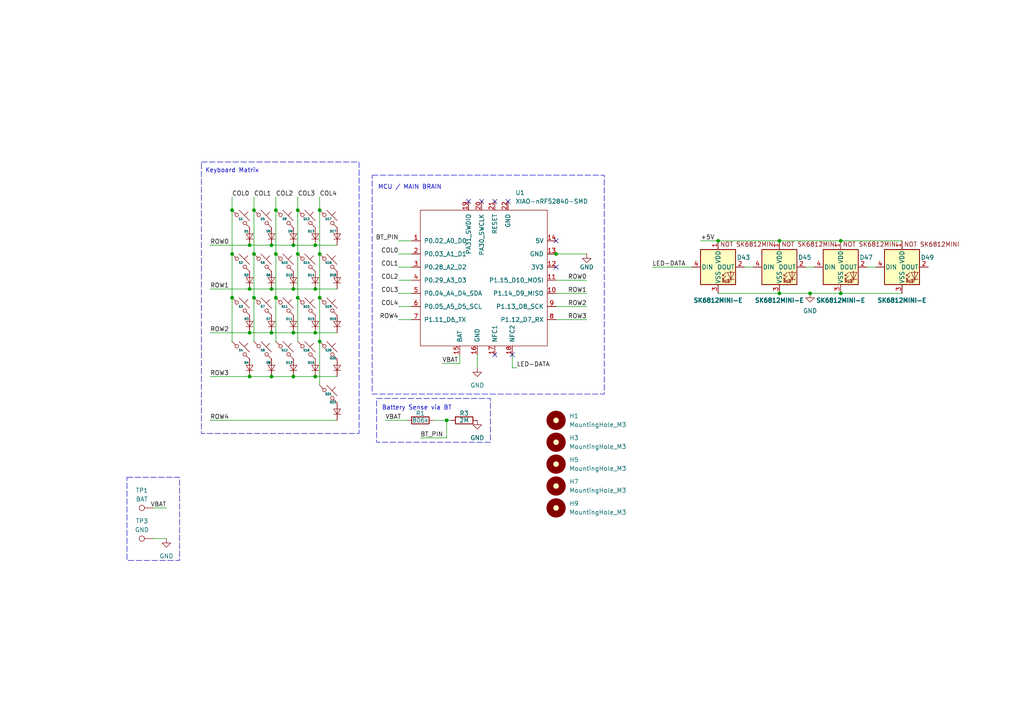
<source format=kicad_sch>
(kicad_sch
	(version 20250114)
	(generator "eeschema")
	(generator_version "9.0")
	(uuid "391e10d8-b9a1-4c48-aba1-2fbe6c7c2526")
	(paper "A4")
	(lib_symbols
		(symbol "Connector:TestPoint"
			(pin_numbers
				(hide yes)
			)
			(pin_names
				(offset 0.762)
				(hide yes)
			)
			(exclude_from_sim no)
			(in_bom yes)
			(on_board yes)
			(property "Reference" "TP"
				(at 0 6.858 0)
				(effects
					(font
						(size 1.27 1.27)
					)
				)
			)
			(property "Value" "TestPoint"
				(at 0 5.08 0)
				(effects
					(font
						(size 1.27 1.27)
					)
				)
			)
			(property "Footprint" ""
				(at 5.08 0 0)
				(effects
					(font
						(size 1.27 1.27)
					)
					(hide yes)
				)
			)
			(property "Datasheet" "~"
				(at 5.08 0 0)
				(effects
					(font
						(size 1.27 1.27)
					)
					(hide yes)
				)
			)
			(property "Description" "test point"
				(at 0 0 0)
				(effects
					(font
						(size 1.27 1.27)
					)
					(hide yes)
				)
			)
			(property "ki_keywords" "test point tp"
				(at 0 0 0)
				(effects
					(font
						(size 1.27 1.27)
					)
					(hide yes)
				)
			)
			(property "ki_fp_filters" "Pin* Test*"
				(at 0 0 0)
				(effects
					(font
						(size 1.27 1.27)
					)
					(hide yes)
				)
			)
			(symbol "TestPoint_0_1"
				(circle
					(center 0 3.302)
					(radius 0.762)
					(stroke
						(width 0)
						(type default)
					)
					(fill
						(type none)
					)
				)
			)
			(symbol "TestPoint_1_1"
				(pin passive line
					(at 0 0 90)
					(length 2.54)
					(name "1"
						(effects
							(font
								(size 1.27 1.27)
							)
						)
					)
					(number "1"
						(effects
							(font
								(size 1.27 1.27)
							)
						)
					)
				)
			)
			(embedded_fonts no)
		)
		(symbol "Device:R"
			(pin_numbers
				(hide yes)
			)
			(pin_names
				(offset 0)
			)
			(exclude_from_sim no)
			(in_bom yes)
			(on_board yes)
			(property "Reference" "R"
				(at 2.032 0 90)
				(effects
					(font
						(size 1.27 1.27)
					)
				)
			)
			(property "Value" "R"
				(at 0 0 90)
				(effects
					(font
						(size 1.27 1.27)
					)
				)
			)
			(property "Footprint" ""
				(at -1.778 0 90)
				(effects
					(font
						(size 1.27 1.27)
					)
					(hide yes)
				)
			)
			(property "Datasheet" "~"
				(at 0 0 0)
				(effects
					(font
						(size 1.27 1.27)
					)
					(hide yes)
				)
			)
			(property "Description" "Resistor"
				(at 0 0 0)
				(effects
					(font
						(size 1.27 1.27)
					)
					(hide yes)
				)
			)
			(property "ki_keywords" "R res resistor"
				(at 0 0 0)
				(effects
					(font
						(size 1.27 1.27)
					)
					(hide yes)
				)
			)
			(property "ki_fp_filters" "R_*"
				(at 0 0 0)
				(effects
					(font
						(size 1.27 1.27)
					)
					(hide yes)
				)
			)
			(symbol "R_0_1"
				(rectangle
					(start -1.016 -2.54)
					(end 1.016 2.54)
					(stroke
						(width 0.254)
						(type default)
					)
					(fill
						(type none)
					)
				)
			)
			(symbol "R_1_1"
				(pin passive line
					(at 0 3.81 270)
					(length 1.27)
					(name "~"
						(effects
							(font
								(size 1.27 1.27)
							)
						)
					)
					(number "1"
						(effects
							(font
								(size 1.27 1.27)
							)
						)
					)
				)
				(pin passive line
					(at 0 -3.81 90)
					(length 1.27)
					(name "~"
						(effects
							(font
								(size 1.27 1.27)
							)
						)
					)
					(number "2"
						(effects
							(font
								(size 1.27 1.27)
							)
						)
					)
				)
			)
			(embedded_fonts no)
		)
		(symbol "PCM_SL_Mechanical:MountingHole_M3"
			(exclude_from_sim no)
			(in_bom yes)
			(on_board yes)
			(property "Reference" "H"
				(at 0 7.62 0)
				(effects
					(font
						(size 1.27 1.27)
					)
				)
			)
			(property "Value" "MountingHole_M3"
				(at 0 5.08 0)
				(effects
					(font
						(size 1.27 1.27)
					)
				)
			)
			(property "Footprint" "MountingHole:MountingHole_3.2mm_M3"
				(at 0 -3.81 0)
				(effects
					(font
						(size 1.27 1.27)
					)
					(hide yes)
				)
			)
			(property "Datasheet" ""
				(at 0 0 0)
				(effects
					(font
						(size 1.27 1.27)
					)
					(hide yes)
				)
			)
			(property "Description" "3.2mm Diameter Mounting Hole (M3)"
				(at 0 0 0)
				(effects
					(font
						(size 1.27 1.27)
					)
					(hide yes)
				)
			)
			(property "ki_keywords" "Mounting Hole"
				(at 0 0 0)
				(effects
					(font
						(size 1.27 1.27)
					)
					(hide yes)
				)
			)
			(symbol "MountingHole_M3_0_1"
				(circle
					(center 0 0)
					(radius 1.27)
					(stroke
						(width 0)
						(type default)
					)
					(fill
						(type background)
					)
				)
				(circle
					(center 0 0)
					(radius 1.7961)
					(stroke
						(width 2)
						(type default)
					)
					(fill
						(type none)
					)
				)
			)
			(embedded_fonts no)
		)
		(symbol "SK6812 Mini- E KBS:SK6812MINI-E"
			(pin_names
				(offset 0.254)
			)
			(exclude_from_sim no)
			(in_bom yes)
			(on_board yes)
			(property "Reference" "D"
				(at -3.556 5.842 0)
				(effects
					(font
						(size 1.27 1.27)
					)
					(justify right bottom)
				)
			)
			(property "Value" "SK6812MINI-E"
				(at 1.27 -5.715 0)
				(effects
					(font
						(size 1.27 1.27)
						(thickness 0.254)
						(bold yes)
					)
					(justify left top)
				)
			)
			(property "Footprint" "SK6812MINI-E - 3.2x2.8x1.78mm"
				(at 1.27 -7.62 0)
				(effects
					(font
						(size 1.27 1.27)
					)
					(justify left top)
					(hide yes)
				)
			)
			(property "Datasheet" "https://cdn-shop.adafruit.com/product-files/4960/4960_SK6812MINI-E_REV02_EN.pdf"
				(at 2.54 -9.525 0)
				(effects
					(font
						(size 1.27 1.27)
					)
					(justify left top)
					(hide yes)
				)
			)
			(property "Description" "RGB LED with integrated controller"
				(at 0 0 0)
				(effects
					(font
						(size 1.27 1.27)
					)
					(hide yes)
				)
			)
			(property "ki_keywords" "RGB LED NeoPixel Mini addressable"
				(at 0 0 0)
				(effects
					(font
						(size 1.27 1.27)
					)
					(hide yes)
				)
			)
			(property "ki_fp_filters" "LED*SK6812MINI*PLCC*3.5x3.5mm*P1.75mm*"
				(at 0 0 0)
				(effects
					(font
						(size 1.27 1.27)
					)
					(hide yes)
				)
			)
			(symbol "SK6812MINI-E_0_0"
				(text "RGB"
					(at 2.286 -4.191 0)
					(effects
						(font
							(size 0.762 0.762)
						)
					)
				)
			)
			(symbol "SK6812MINI-E_0_1"
				(rectangle
					(start -5.08 5.08)
					(end 5.08 -5.08)
					(stroke
						(width 0.254)
						(type default)
					)
					(fill
						(type background)
					)
				)
				(polyline
					(pts
						(xy 1.27 -2.54) (xy 1.778 -2.54)
					)
					(stroke
						(width 0)
						(type default)
					)
					(fill
						(type none)
					)
				)
				(polyline
					(pts
						(xy 1.27 -3.556) (xy 1.778 -3.556)
					)
					(stroke
						(width 0)
						(type default)
					)
					(fill
						(type none)
					)
				)
				(polyline
					(pts
						(xy 2.286 -1.524) (xy 1.27 -2.54) (xy 1.27 -2.032)
					)
					(stroke
						(width 0)
						(type default)
					)
					(fill
						(type none)
					)
				)
				(polyline
					(pts
						(xy 2.286 -2.54) (xy 1.27 -3.556) (xy 1.27 -3.048)
					)
					(stroke
						(width 0)
						(type default)
					)
					(fill
						(type none)
					)
				)
				(polyline
					(pts
						(xy 3.683 -1.016) (xy 3.683 -3.556) (xy 3.683 -4.064)
					)
					(stroke
						(width 0)
						(type default)
					)
					(fill
						(type none)
					)
				)
				(polyline
					(pts
						(xy 4.699 -1.524) (xy 2.667 -1.524) (xy 3.683 -3.556) (xy 4.699 -1.524)
					)
					(stroke
						(width 0)
						(type default)
					)
					(fill
						(type none)
					)
				)
				(polyline
					(pts
						(xy 4.699 -3.556) (xy 2.667 -3.556)
					)
					(stroke
						(width 0)
						(type default)
					)
					(fill
						(type none)
					)
				)
			)
			(symbol "SK6812MINI-E_1_1"
				(text "NOT SK6812MINI"
					(at 8.636 6.604 0)
					(effects
						(font
							(size 1.27 1.27)
						)
					)
				)
				(pin input line
					(at -7.62 0 0)
					(length 2.54)
					(name "DIN"
						(effects
							(font
								(size 1.27 1.27)
							)
						)
					)
					(number "4"
						(effects
							(font
								(size 1.27 1.27)
							)
						)
					)
				)
				(pin power_in line
					(at 0 7.62 270)
					(length 2.54)
					(name "VDD"
						(effects
							(font
								(size 1.27 1.27)
							)
						)
					)
					(number "1"
						(effects
							(font
								(size 1.27 1.27)
							)
						)
					)
				)
				(pin power_in line
					(at 0 -7.62 90)
					(length 2.54)
					(name "VSS"
						(effects
							(font
								(size 1.27 1.27)
							)
						)
					)
					(number "3"
						(effects
							(font
								(size 1.27 1.27)
							)
						)
					)
				)
				(pin output line
					(at 7.62 0 180)
					(length 2.54)
					(name "DOUT"
						(effects
							(font
								(size 1.27 1.27)
							)
						)
					)
					(number "2"
						(effects
							(font
								(size 1.27 1.27)
							)
						)
					)
				)
			)
			(embedded_fonts no)
		)
		(symbol "ScottoKeebs:Placeholder_Diode"
			(pin_numbers
				(hide yes)
			)
			(pin_names
				(hide yes)
			)
			(exclude_from_sim no)
			(in_bom yes)
			(on_board yes)
			(property "Reference" "D"
				(at -0.15 1.066 0)
				(do_not_autoplace)
				(effects
					(font
						(size 0.635 0.635)
						(thickness 0.127)
						(bold yes)
					)
					(justify right bottom)
				)
			)
			(property "Value" ""
				(at 2.54 0 90)
				(effects
					(font
						(size 1.27 1.27)
					)
				)
			)
			(property "Footprint" ""
				(at 0 0 90)
				(effects
					(font
						(size 1.27 1.27)
					)
					(hide yes)
				)
			)
			(property "Datasheet" ""
				(at 0 0 90)
				(effects
					(font
						(size 1.27 1.27)
					)
					(hide yes)
				)
			)
			(property "Description" ""
				(at 3.81 0 90)
				(effects
					(font
						(size 1.27 1.27)
					)
					(hide yes)
				)
			)
			(property "ki_keywords" "diode"
				(at 0 0 0)
				(effects
					(font
						(size 1.27 1.27)
					)
					(hide yes)
				)
			)
			(property "ki_fp_filters" "D*DO?35*"
				(at 0 0 0)
				(effects
					(font
						(size 1.27 1.27)
					)
					(hide yes)
				)
			)
			(symbol "Placeholder_Diode_0_1"
				(polyline
					(pts
						(xy 0 -0.762) (xy 0 0.762)
					)
					(stroke
						(width 0)
						(type default)
					)
					(fill
						(type none)
					)
				)
			)
			(symbol "Placeholder_Diode_1_1"
				(polyline
					(pts
						(xy 1.016 0.762) (xy 0 -0.762) (xy -1.016 0.762) (xy 1.016 0.762)
					)
					(stroke
						(width 0.1524)
						(type default)
					)
					(fill
						(type none)
					)
				)
				(polyline
					(pts
						(xy 1.016 -0.762) (xy -1.016 -0.762)
					)
					(stroke
						(width 0.1524)
						(type default)
					)
					(fill
						(type none)
					)
				)
				(pin passive line
					(at 0 2.54 270)
					(length 1.778)
					(name "A"
						(effects
							(font
								(size 1.27 1.27)
							)
						)
					)
					(number "2"
						(effects
							(font
								(size 1.27 1.27)
							)
						)
					)
				)
				(pin passive line
					(at 0 -2.54 90)
					(length 1.778)
					(name "K"
						(effects
							(font
								(size 1.27 1.27)
							)
						)
					)
					(number "1"
						(effects
							(font
								(size 1.27 1.27)
							)
						)
					)
				)
			)
			(embedded_fonts no)
		)
		(symbol "ScottoKeebs:Placeholder_Keyswitch"
			(pin_numbers
				(hide yes)
			)
			(pin_names
				(offset 1.016)
				(hide yes)
			)
			(exclude_from_sim no)
			(in_bom yes)
			(on_board yes)
			(property "Reference" "S"
				(at 0 0 0)
				(do_not_autoplace)
				(effects
					(font
						(size 0.635 0.635)
						(thickness 0.127)
						(bold yes)
					)
				)
			)
			(property "Value" ""
				(at 0 -3.81 0)
				(effects
					(font
						(size 1.27 1.27)
					)
				)
			)
			(property "Footprint" ""
				(at 0 0 0)
				(effects
					(font
						(size 1.27 1.27)
					)
					(hide yes)
				)
			)
			(property "Datasheet" ""
				(at -2.54 -1.778 0)
				(effects
					(font
						(size 1.27 1.27)
					)
					(hide yes)
				)
			)
			(property "Description" ""
				(at 0 0 0)
				(effects
					(font
						(size 1.27 1.27)
					)
					(hide yes)
				)
			)
			(property "ki_keywords" "switch normally-open pushbutton push-button"
				(at 0 0 0)
				(effects
					(font
						(size 1.27 1.27)
					)
					(hide yes)
				)
			)
			(symbol "Placeholder_Keyswitch_0_1"
				(polyline
					(pts
						(xy -2.54 2.54) (xy -1.524 1.524) (xy -1.524 1.524)
					)
					(stroke
						(width 0)
						(type default)
					)
					(fill
						(type none)
					)
				)
				(circle
					(center -1.1684 1.1684)
					(radius 0.508)
					(stroke
						(width 0)
						(type default)
					)
					(fill
						(type none)
					)
				)
				(polyline
					(pts
						(xy -0.508 2.54) (xy 2.54 -0.508)
					)
					(stroke
						(width 0)
						(type default)
					)
					(fill
						(type none)
					)
				)
				(polyline
					(pts
						(xy 1.016 1.016) (xy 2.032 2.032)
					)
					(stroke
						(width 0)
						(type default)
					)
					(fill
						(type none)
					)
				)
				(circle
					(center 1.143 -1.1938)
					(radius 0.508)
					(stroke
						(width 0)
						(type default)
					)
					(fill
						(type none)
					)
				)
				(polyline
					(pts
						(xy 1.524 -1.524) (xy 2.54 -2.54) (xy 2.54 -2.54) (xy 2.54 -2.54)
					)
					(stroke
						(width 0)
						(type default)
					)
					(fill
						(type none)
					)
				)
				(pin passive line
					(at -2.54 2.54 0)
					(length 0)
					(name "1"
						(effects
							(font
								(size 1.27 1.27)
							)
						)
					)
					(number "1"
						(effects
							(font
								(size 1.27 1.27)
							)
						)
					)
				)
				(pin passive line
					(at 2.54 -2.54 180)
					(length 0)
					(name "2"
						(effects
							(font
								(size 1.27 1.27)
							)
						)
					)
					(number "2"
						(effects
							(font
								(size 1.27 1.27)
							)
						)
					)
				)
			)
			(embedded_fonts no)
		)
		(symbol "XIAO Series:XIAO-nRF52840-SMD"
			(pin_names
				(offset 1.016)
			)
			(exclude_from_sim no)
			(in_bom yes)
			(on_board yes)
			(property "Reference" "U"
				(at -18.542 23.114 0)
				(effects
					(font
						(size 1.27 1.27)
					)
				)
			)
			(property "Value" "XIAO-nRF52840-SMD"
				(at -8.636 21.336 0)
				(effects
					(font
						(size 1.27 1.27)
					)
				)
			)
			(property "Footprint" ""
				(at -8.89 5.08 0)
				(effects
					(font
						(size 1.27 1.27)
					)
					(hide yes)
				)
			)
			(property "Datasheet" ""
				(at -8.89 5.08 0)
				(effects
					(font
						(size 1.27 1.27)
					)
					(hide yes)
				)
			)
			(property "Description" ""
				(at 0 0 0)
				(effects
					(font
						(size 1.27 1.27)
					)
					(hide yes)
				)
			)
			(symbol "XIAO-nRF52840-SMD_0_1"
				(rectangle
					(start -19.05 20.32)
					(end 17.78 -19.05)
					(stroke
						(width 0)
						(type default)
					)
					(fill
						(type none)
					)
				)
			)
			(symbol "XIAO-nRF52840-SMD_1_1"
				(pin passive line
					(at -21.59 11.43 0)
					(length 2.54)
					(name "P0.02_A0_D0"
						(effects
							(font
								(size 1.27 1.27)
							)
						)
					)
					(number "1"
						(effects
							(font
								(size 1.27 1.27)
							)
						)
					)
				)
				(pin passive line
					(at -21.59 7.62 0)
					(length 2.54)
					(name "P0.03_A1_D1"
						(effects
							(font
								(size 1.27 1.27)
							)
						)
					)
					(number "2"
						(effects
							(font
								(size 1.27 1.27)
							)
						)
					)
				)
				(pin passive line
					(at -21.59 3.81 0)
					(length 2.54)
					(name "P0.28_A2_D2"
						(effects
							(font
								(size 1.27 1.27)
							)
						)
					)
					(number "3"
						(effects
							(font
								(size 1.27 1.27)
							)
						)
					)
				)
				(pin passive line
					(at -21.59 0 0)
					(length 2.54)
					(name "P0.29_A3_D3"
						(effects
							(font
								(size 1.27 1.27)
							)
						)
					)
					(number "4"
						(effects
							(font
								(size 1.27 1.27)
							)
						)
					)
				)
				(pin passive line
					(at -21.59 -3.81 0)
					(length 2.54)
					(name "P0.04_A4_D4_SDA"
						(effects
							(font
								(size 1.27 1.27)
							)
						)
					)
					(number "5"
						(effects
							(font
								(size 1.27 1.27)
							)
						)
					)
				)
				(pin passive line
					(at -21.59 -7.62 0)
					(length 2.54)
					(name "P0.05_A5_D5_SCL"
						(effects
							(font
								(size 1.27 1.27)
							)
						)
					)
					(number "6"
						(effects
							(font
								(size 1.27 1.27)
							)
						)
					)
				)
				(pin passive line
					(at -21.59 -11.43 0)
					(length 2.54)
					(name "P1.11_D6_TX"
						(effects
							(font
								(size 1.27 1.27)
							)
						)
					)
					(number "7"
						(effects
							(font
								(size 1.27 1.27)
							)
						)
					)
				)
				(pin passive line
					(at -7.62 -21.59 90)
					(length 2.54)
					(name "BAT"
						(effects
							(font
								(size 1.27 1.27)
							)
						)
					)
					(number "15"
						(effects
							(font
								(size 1.27 1.27)
							)
						)
					)
				)
				(pin passive line
					(at -5.08 22.86 270)
					(length 2.54)
					(name "PA31_SWDIO"
						(effects
							(font
								(size 1.27 1.27)
							)
						)
					)
					(number "19"
						(effects
							(font
								(size 1.27 1.27)
							)
						)
					)
				)
				(pin passive line
					(at -2.54 -21.59 90)
					(length 2.54)
					(name "GND"
						(effects
							(font
								(size 1.27 1.27)
							)
						)
					)
					(number "16"
						(effects
							(font
								(size 1.27 1.27)
							)
						)
					)
				)
				(pin passive line
					(at -1.27 22.86 270)
					(length 2.54)
					(name "PA30_SWCLK"
						(effects
							(font
								(size 1.27 1.27)
							)
						)
					)
					(number "20"
						(effects
							(font
								(size 1.27 1.27)
							)
						)
					)
				)
				(pin passive line
					(at 2.54 22.86 270)
					(length 2.54)
					(name "RESET"
						(effects
							(font
								(size 1.27 1.27)
							)
						)
					)
					(number "21"
						(effects
							(font
								(size 1.27 1.27)
							)
						)
					)
				)
				(pin passive line
					(at 2.54 -21.59 90)
					(length 2.54)
					(name "NFC1"
						(effects
							(font
								(size 1.27 1.27)
							)
						)
					)
					(number "17"
						(effects
							(font
								(size 1.27 1.27)
							)
						)
					)
				)
				(pin passive line
					(at 6.35 22.86 270)
					(length 2.54)
					(name "GND"
						(effects
							(font
								(size 1.27 1.27)
							)
						)
					)
					(number "22"
						(effects
							(font
								(size 1.27 1.27)
							)
						)
					)
				)
				(pin passive line
					(at 7.62 -21.59 90)
					(length 2.54)
					(name "NFC2"
						(effects
							(font
								(size 1.27 1.27)
							)
						)
					)
					(number "18"
						(effects
							(font
								(size 1.27 1.27)
							)
						)
					)
				)
				(pin passive line
					(at 20.32 11.43 180)
					(length 2.54)
					(name "5V"
						(effects
							(font
								(size 1.27 1.27)
							)
						)
					)
					(number "14"
						(effects
							(font
								(size 1.27 1.27)
							)
						)
					)
				)
				(pin passive line
					(at 20.32 7.62 180)
					(length 2.54)
					(name "GND"
						(effects
							(font
								(size 1.27 1.27)
							)
						)
					)
					(number "13"
						(effects
							(font
								(size 1.27 1.27)
							)
						)
					)
				)
				(pin passive line
					(at 20.32 3.81 180)
					(length 2.54)
					(name "3V3"
						(effects
							(font
								(size 1.27 1.27)
							)
						)
					)
					(number "12"
						(effects
							(font
								(size 1.27 1.27)
							)
						)
					)
				)
				(pin passive line
					(at 20.32 0 180)
					(length 2.54)
					(name "P1.15_D10_MOSI"
						(effects
							(font
								(size 1.27 1.27)
							)
						)
					)
					(number "11"
						(effects
							(font
								(size 1.27 1.27)
							)
						)
					)
				)
				(pin passive line
					(at 20.32 -3.81 180)
					(length 2.54)
					(name "P1.14_D9_MISO"
						(effects
							(font
								(size 1.27 1.27)
							)
						)
					)
					(number "10"
						(effects
							(font
								(size 1.27 1.27)
							)
						)
					)
				)
				(pin passive line
					(at 20.32 -7.62 180)
					(length 2.54)
					(name "P1.13_D8_SCK"
						(effects
							(font
								(size 1.27 1.27)
							)
						)
					)
					(number "9"
						(effects
							(font
								(size 1.27 1.27)
							)
						)
					)
				)
				(pin passive line
					(at 20.32 -11.43 180)
					(length 2.54)
					(name "P1.12_D7_RX"
						(effects
							(font
								(size 1.27 1.27)
							)
						)
					)
					(number "8"
						(effects
							(font
								(size 1.27 1.27)
							)
						)
					)
				)
			)
			(embedded_fonts no)
		)
		(symbol "power:GND"
			(power)
			(pin_numbers
				(hide yes)
			)
			(pin_names
				(offset 0)
				(hide yes)
			)
			(exclude_from_sim no)
			(in_bom yes)
			(on_board yes)
			(property "Reference" "#PWR"
				(at 0 -6.35 0)
				(effects
					(font
						(size 1.27 1.27)
					)
					(hide yes)
				)
			)
			(property "Value" "GND"
				(at 0 -3.81 0)
				(effects
					(font
						(size 1.27 1.27)
					)
				)
			)
			(property "Footprint" ""
				(at 0 0 0)
				(effects
					(font
						(size 1.27 1.27)
					)
					(hide yes)
				)
			)
			(property "Datasheet" ""
				(at 0 0 0)
				(effects
					(font
						(size 1.27 1.27)
					)
					(hide yes)
				)
			)
			(property "Description" "Power symbol creates a global label with name \"GND\" , ground"
				(at 0 0 0)
				(effects
					(font
						(size 1.27 1.27)
					)
					(hide yes)
				)
			)
			(property "ki_keywords" "global power"
				(at 0 0 0)
				(effects
					(font
						(size 1.27 1.27)
					)
					(hide yes)
				)
			)
			(symbol "GND_0_1"
				(polyline
					(pts
						(xy 0 0) (xy 0 -1.27) (xy 1.27 -1.27) (xy 0 -2.54) (xy -1.27 -1.27) (xy 0 -1.27)
					)
					(stroke
						(width 0)
						(type default)
					)
					(fill
						(type none)
					)
				)
			)
			(symbol "GND_1_1"
				(pin power_in line
					(at 0 0 270)
					(length 0)
					(name "~"
						(effects
							(font
								(size 1.27 1.27)
							)
						)
					)
					(number "1"
						(effects
							(font
								(size 1.27 1.27)
							)
						)
					)
				)
			)
			(embedded_fonts no)
		)
	)
	(rectangle
		(start 107.95 50.8)
		(end 175.26 114.3)
		(stroke
			(width 0)
			(type dash)
		)
		(fill
			(type none)
		)
		(uuid 3e006a83-d810-493d-9e6e-56e4828e06e4)
	)
	(rectangle
		(start 58.42 46.99)
		(end 104.14 125.73)
		(stroke
			(width 0)
			(type dash)
		)
		(fill
			(type none)
		)
		(uuid 66b22fc7-56a8-4bff-8739-c7d3f172f3c9)
	)
	(rectangle
		(start 36.83 138.43)
		(end 52.07 162.56)
		(stroke
			(width 0)
			(type dash)
		)
		(fill
			(type none)
		)
		(uuid 93821188-deef-48f8-8a5c-a00b8488e54f)
	)
	(rectangle
		(start 109.22 115.57)
		(end 142.24 128.27)
		(stroke
			(width 0)
			(type dash)
		)
		(fill
			(type none)
		)
		(uuid d1a0d3e8-34ef-4885-86c7-04f479b0d405)
	)
	(text "Keyboard Matrix"
		(exclude_from_sim no)
		(at 67.31 49.53 0)
		(effects
			(font
				(size 1.27 1.27)
			)
		)
		(uuid "19b05655-ee7c-4e09-8e1f-0e003cd60bee")
	)
	(text "MCU / MAIN BRAIN\n"
		(exclude_from_sim no)
		(at 118.872 54.356 0)
		(effects
			(font
				(size 1.27 1.27)
			)
		)
		(uuid "75879772-18fb-402b-80d3-fa9a343c88f1")
	)
	(text "Battery Sense via BT"
		(exclude_from_sim no)
		(at 120.904 118.364 0)
		(effects
			(font
				(size 1.27 1.27)
			)
		)
		(uuid "fb50ea23-e6e1-485b-b786-8875f1642f59")
	)
	(junction
		(at 78.74 83.82)
		(diameter 0)
		(color 0 0 0 0)
		(uuid "00f92c5d-1675-4fee-8cb9-65f34d28cf0b")
	)
	(junction
		(at 91.44 71.12)
		(diameter 0)
		(color 0 0 0 0)
		(uuid "033992d8-9a64-45fb-9adc-1637d075c871")
	)
	(junction
		(at 80.01 86.36)
		(diameter 0)
		(color 0 0 0 0)
		(uuid "05a65822-9cfa-4a91-9252-6354f8c51ddb")
	)
	(junction
		(at 72.39 109.22)
		(diameter 0)
		(color 0 0 0 0)
		(uuid "073c2f46-21b0-4905-bdee-52f833f395cd")
	)
	(junction
		(at 92.71 99.06)
		(diameter 0)
		(color 0 0 0 0)
		(uuid "16193cdf-3b61-4b30-b59d-f77307d361a2")
	)
	(junction
		(at 78.74 71.12)
		(diameter 0)
		(color 0 0 0 0)
		(uuid "23619f0b-983f-411e-ad78-42db75567454")
	)
	(junction
		(at 67.31 73.66)
		(diameter 0)
		(color 0 0 0 0)
		(uuid "36bdbbf8-8e02-47f5-b054-6fff99358706")
	)
	(junction
		(at 92.71 73.66)
		(diameter 0)
		(color 0 0 0 0)
		(uuid "3ecd95e1-3fc3-4293-a4a7-de97da6f0f04")
	)
	(junction
		(at 73.66 60.96)
		(diameter 0)
		(color 0 0 0 0)
		(uuid "437aa2bd-ef7d-45f7-965e-ca793fc852ed")
	)
	(junction
		(at 85.09 83.82)
		(diameter 0)
		(color 0 0 0 0)
		(uuid "439cbb4c-b517-49c9-8f21-949630398563")
	)
	(junction
		(at 80.01 73.66)
		(diameter 0)
		(color 0 0 0 0)
		(uuid "43d1612b-ca34-44cc-8598-4d029b697d2c")
	)
	(junction
		(at 86.36 60.96)
		(diameter 0)
		(color 0 0 0 0)
		(uuid "48512c69-ed6f-499e-9465-1be29f8cd552")
	)
	(junction
		(at 67.31 60.96)
		(diameter 0)
		(color 0 0 0 0)
		(uuid "53954de2-59b2-429b-8375-8d350ec4b0d0")
	)
	(junction
		(at 234.95 85.09)
		(diameter 0)
		(color 0 0 0 0)
		(uuid "5984a2f4-99e5-4e9e-9206-0cdb69d5735b")
	)
	(junction
		(at 91.44 109.22)
		(diameter 0)
		(color 0 0 0 0)
		(uuid "5deb77e6-0a58-4d72-bb79-26a904986ed5")
	)
	(junction
		(at 92.71 86.36)
		(diameter 0)
		(color 0 0 0 0)
		(uuid "5e34bd89-b1e3-4db7-9698-39767dc51916")
	)
	(junction
		(at 86.36 73.66)
		(diameter 0)
		(color 0 0 0 0)
		(uuid "66799bb5-e4f3-4e51-ab59-023497343ede")
	)
	(junction
		(at 91.44 83.82)
		(diameter 0)
		(color 0 0 0 0)
		(uuid "7188fde3-dee3-4730-8886-d2909b926100")
	)
	(junction
		(at 161.29 73.66)
		(diameter 0)
		(color 0 0 0 0)
		(uuid "7ddcd52e-0b96-4c24-916d-7f71ae40d438")
	)
	(junction
		(at 85.09 96.52)
		(diameter 0)
		(color 0 0 0 0)
		(uuid "7f596781-bc78-4a17-9e2f-eabbe7e060ac")
	)
	(junction
		(at 243.84 69.85)
		(diameter 0)
		(color 0 0 0 0)
		(uuid "85c1d97d-f373-4aec-b58c-c0c41f3e7486")
	)
	(junction
		(at 226.06 85.09)
		(diameter 0)
		(color 0 0 0 0)
		(uuid "8fbe56cf-a9d5-4c0a-b179-8d9ad8788a33")
	)
	(junction
		(at 73.66 86.36)
		(diameter 0)
		(color 0 0 0 0)
		(uuid "96271637-5681-458c-ac26-21729d5c173a")
	)
	(junction
		(at 73.66 73.66)
		(diameter 0)
		(color 0 0 0 0)
		(uuid "9bc92062-b0cb-497e-aaab-9ce78cde90da")
	)
	(junction
		(at 91.44 96.52)
		(diameter 0)
		(color 0 0 0 0)
		(uuid "a2ac94bd-a320-483c-9471-afb72cf5a1dd")
	)
	(junction
		(at 85.09 109.22)
		(diameter 0)
		(color 0 0 0 0)
		(uuid "a6fada29-9eb3-46ef-8da7-26535bcb316a")
	)
	(junction
		(at 86.36 86.36)
		(diameter 0)
		(color 0 0 0 0)
		(uuid "a9463e56-de50-4ee6-8616-742c256dc7a6")
	)
	(junction
		(at 92.71 60.96)
		(diameter 0)
		(color 0 0 0 0)
		(uuid "abafc6a1-11f3-46b8-93fc-f2dfd69ad38e")
	)
	(junction
		(at 78.74 109.22)
		(diameter 0)
		(color 0 0 0 0)
		(uuid "af4f9d88-b4bf-4dce-8967-91a6cccdceaf")
	)
	(junction
		(at 129.54 121.92)
		(diameter 0)
		(color 0 0 0 0)
		(uuid "bdf8fc50-21a1-4d61-aa0e-7d470bee1513")
	)
	(junction
		(at 226.06 69.85)
		(diameter 0)
		(color 0 0 0 0)
		(uuid "bfd403d2-2a84-43ab-ab09-ee506952903b")
	)
	(junction
		(at 78.74 96.52)
		(diameter 0)
		(color 0 0 0 0)
		(uuid "c762d016-531e-45b7-87ac-cd1e04ceb016")
	)
	(junction
		(at 243.84 85.09)
		(diameter 0)
		(color 0 0 0 0)
		(uuid "cff3febb-dc09-48b0-b678-09837ec4011a")
	)
	(junction
		(at 72.39 96.52)
		(diameter 0)
		(color 0 0 0 0)
		(uuid "d3e1c0aa-8398-4b1c-b8df-a951dd4aafc2")
	)
	(junction
		(at 85.09 71.12)
		(diameter 0)
		(color 0 0 0 0)
		(uuid "d48660f9-a83a-486d-bcd4-917628dd7525")
	)
	(junction
		(at 67.31 86.36)
		(diameter 0)
		(color 0 0 0 0)
		(uuid "df432ebe-37d0-48f6-a95f-3d533117dac5")
	)
	(junction
		(at 80.01 60.96)
		(diameter 0)
		(color 0 0 0 0)
		(uuid "e2bd6381-105e-4a7c-b31e-c6d88040ba79")
	)
	(junction
		(at 72.39 71.12)
		(diameter 0)
		(color 0 0 0 0)
		(uuid "e7d7f2ca-bc65-48fe-bf05-7201bf5df5f1")
	)
	(junction
		(at 208.28 69.85)
		(diameter 0)
		(color 0 0 0 0)
		(uuid "f52c29d4-4284-4e60-9afc-0937bf029f3f")
	)
	(junction
		(at 72.39 83.82)
		(diameter 0)
		(color 0 0 0 0)
		(uuid "f709583f-8b82-4b16-aa3d-9e526745f270")
	)
	(no_connect
		(at 161.29 69.85)
		(uuid "0675a966-8552-4cef-83e1-df6ee4e32b65")
	)
	(no_connect
		(at 139.7 58.42)
		(uuid "4c50ecd3-5897-4a56-ae50-e8cbaff8e1fc")
	)
	(no_connect
		(at 143.51 58.42)
		(uuid "604f9bb1-b147-4da7-a4ef-43a78676de7a")
	)
	(no_connect
		(at 148.59 102.87)
		(uuid "8308ab6e-1807-4a7e-9911-40c6924794fa")
	)
	(no_connect
		(at 135.89 58.42)
		(uuid "a345cd35-2d80-464a-9521-b22d79962e7b")
	)
	(no_connect
		(at 147.32 58.42)
		(uuid "c74b3948-366e-41f5-b1fa-aa643e77decb")
	)
	(no_connect
		(at 143.51 102.87)
		(uuid "cb860b14-c2c7-4d99-ae80-05a04f3324b5")
	)
	(no_connect
		(at 161.29 77.47)
		(uuid "d0e4fe5d-01d1-46eb-bd5e-a7259c745ac7")
	)
	(wire
		(pts
			(xy 72.39 83.82) (xy 78.74 83.82)
		)
		(stroke
			(width 0)
			(type default)
		)
		(uuid "01aead38-df4c-4835-95b6-e973d5f50eeb")
	)
	(wire
		(pts
			(xy 161.29 73.66) (xy 170.18 73.66)
		)
		(stroke
			(width 0)
			(type default)
		)
		(uuid "0516c3ce-ebfd-4307-9916-7f51e0cd084b")
	)
	(wire
		(pts
			(xy 72.39 109.22) (xy 78.74 109.22)
		)
		(stroke
			(width 0)
			(type default)
		)
		(uuid "0c3a6cdd-1cf4-49e2-b4d0-1f16c5e13bbe")
	)
	(wire
		(pts
			(xy 133.35 105.41) (xy 128.27 105.41)
		)
		(stroke
			(width 0)
			(type default)
		)
		(uuid "14922924-9289-4a36-93f1-5fcbda68b590")
	)
	(wire
		(pts
			(xy 80.01 73.66) (xy 80.01 86.36)
		)
		(stroke
			(width 0)
			(type default)
		)
		(uuid "19bb27d9-67fc-4721-b93c-7b953e2e4a20")
	)
	(wire
		(pts
			(xy 91.44 71.12) (xy 97.79 71.12)
		)
		(stroke
			(width 0)
			(type default)
		)
		(uuid "1ce897f0-52a7-4bf2-b660-c0879026dd24")
	)
	(wire
		(pts
			(xy 129.54 127) (xy 121.92 127)
		)
		(stroke
			(width 0)
			(type default)
		)
		(uuid "1f3ee63c-a120-4bd7-b09c-5a0747ef5f59")
	)
	(wire
		(pts
			(xy 85.09 109.22) (xy 91.44 109.22)
		)
		(stroke
			(width 0)
			(type default)
		)
		(uuid "1fd63335-01f2-4200-be52-34691e7594dd")
	)
	(wire
		(pts
			(xy 92.71 57.15) (xy 92.71 60.96)
		)
		(stroke
			(width 0)
			(type default)
		)
		(uuid "22e3ec6f-728d-462e-a8bc-72797f5223a2")
	)
	(wire
		(pts
			(xy 86.36 60.96) (xy 86.36 73.66)
		)
		(stroke
			(width 0)
			(type default)
		)
		(uuid "22e4923a-7da0-4004-8dc6-915298700c09")
	)
	(wire
		(pts
			(xy 72.39 71.12) (xy 78.74 71.12)
		)
		(stroke
			(width 0)
			(type default)
		)
		(uuid "248f5c3b-a009-4ddf-98ad-c41662dfa33f")
	)
	(wire
		(pts
			(xy 133.35 102.87) (xy 133.35 105.41)
		)
		(stroke
			(width 0)
			(type default)
		)
		(uuid "289ceb42-54e5-428d-837c-b92cc5a002c8")
	)
	(wire
		(pts
			(xy 161.29 85.09) (xy 170.18 85.09)
		)
		(stroke
			(width 0)
			(type default)
		)
		(uuid "2aacc41a-5977-450c-bce1-c8a01666677a")
	)
	(wire
		(pts
			(xy 85.09 83.82) (xy 91.44 83.82)
		)
		(stroke
			(width 0)
			(type default)
		)
		(uuid "2ae62351-0231-49bb-a19e-715826edb0fd")
	)
	(wire
		(pts
			(xy 73.66 73.66) (xy 73.66 86.36)
		)
		(stroke
			(width 0)
			(type default)
		)
		(uuid "2b1a6978-fb31-4009-acfb-4ac03926bc3c")
	)
	(wire
		(pts
			(xy 73.66 57.15) (xy 73.66 60.96)
		)
		(stroke
			(width 0)
			(type default)
		)
		(uuid "2f617942-4d3e-4df4-b6bf-209ef959ae76")
	)
	(wire
		(pts
			(xy 138.43 102.87) (xy 138.43 106.68)
		)
		(stroke
			(width 0)
			(type default)
		)
		(uuid "30b9a954-bcda-4ed0-ad04-7738277878f4")
	)
	(wire
		(pts
			(xy 80.01 86.36) (xy 80.01 99.06)
		)
		(stroke
			(width 0)
			(type default)
		)
		(uuid "31524e78-4d77-4467-aa32-a93621695131")
	)
	(wire
		(pts
			(xy 78.74 109.22) (xy 85.09 109.22)
		)
		(stroke
			(width 0)
			(type default)
		)
		(uuid "3496e911-e0be-41e7-9722-2b4953c221bb")
	)
	(wire
		(pts
			(xy 115.57 81.28) (xy 119.38 81.28)
		)
		(stroke
			(width 0)
			(type default)
		)
		(uuid "34b8ecc8-3e06-43a1-b0af-cb34adabc1b1")
	)
	(wire
		(pts
			(xy 91.44 83.82) (xy 97.79 83.82)
		)
		(stroke
			(width 0)
			(type default)
		)
		(uuid "35b83a3b-c54b-4690-ad24-1a4d44300489")
	)
	(wire
		(pts
			(xy 91.44 96.52) (xy 97.79 96.52)
		)
		(stroke
			(width 0)
			(type default)
		)
		(uuid "3920b922-d3ba-4d15-91fd-3e53106c238b")
	)
	(wire
		(pts
			(xy 44.45 147.32) (xy 48.26 147.32)
		)
		(stroke
			(width 0)
			(type default)
		)
		(uuid "3fc26dc3-849e-4148-889d-a8d6b9891c25")
	)
	(wire
		(pts
			(xy 78.74 83.82) (xy 85.09 83.82)
		)
		(stroke
			(width 0)
			(type default)
		)
		(uuid "43d7a805-1f52-49f5-8f22-c90ec78df0de")
	)
	(wire
		(pts
			(xy 60.96 83.82) (xy 72.39 83.82)
		)
		(stroke
			(width 0)
			(type default)
		)
		(uuid "45d0b2ec-9c5e-408a-bd92-30bc8aff97ce")
	)
	(wire
		(pts
			(xy 125.73 121.92) (xy 129.54 121.92)
		)
		(stroke
			(width 0)
			(type default)
		)
		(uuid "48168e09-cc97-4253-b0c0-837966b27610")
	)
	(wire
		(pts
			(xy 67.31 57.15) (xy 67.31 60.96)
		)
		(stroke
			(width 0)
			(type default)
		)
		(uuid "48ff53dc-a675-4c80-943d-4950eedfbc14")
	)
	(wire
		(pts
			(xy 129.54 121.92) (xy 130.81 121.92)
		)
		(stroke
			(width 0)
			(type default)
		)
		(uuid "4cf5557e-494a-45aa-9279-62aad45393a5")
	)
	(wire
		(pts
			(xy 208.28 69.85) (xy 226.06 69.85)
		)
		(stroke
			(width 0)
			(type default)
		)
		(uuid "4d50b036-25af-4ff8-80bc-d2c6b3db31ce")
	)
	(wire
		(pts
			(xy 161.29 88.9) (xy 170.18 88.9)
		)
		(stroke
			(width 0)
			(type default)
		)
		(uuid "5204bb0d-dae4-4605-abf0-885f4cf0d3ce")
	)
	(wire
		(pts
			(xy 158.75 73.66) (xy 161.29 73.66)
		)
		(stroke
			(width 0)
			(type default)
		)
		(uuid "5d9a6d42-d2b8-4b4e-bcce-025d0fe4825a")
	)
	(wire
		(pts
			(xy 80.01 60.96) (xy 80.01 73.66)
		)
		(stroke
			(width 0)
			(type default)
		)
		(uuid "5dabca97-06d1-4f6d-ac5a-c859aa8e0d97")
	)
	(wire
		(pts
			(xy 67.31 73.66) (xy 67.31 86.36)
		)
		(stroke
			(width 0)
			(type default)
		)
		(uuid "678831e1-e93a-4614-b4b3-2f2a1072f925")
	)
	(wire
		(pts
			(xy 92.71 86.36) (xy 92.71 99.06)
		)
		(stroke
			(width 0)
			(type default)
		)
		(uuid "6e2f1e17-bbca-4659-85cd-f788abe64a5f")
	)
	(wire
		(pts
			(xy 215.9 77.47) (xy 218.44 77.47)
		)
		(stroke
			(width 0)
			(type default)
		)
		(uuid "6ee512d7-ef66-4f09-966e-7c2435ead3ff")
	)
	(wire
		(pts
			(xy 161.29 81.28) (xy 170.18 81.28)
		)
		(stroke
			(width 0)
			(type default)
		)
		(uuid "703abbc1-f212-4ad2-86d3-028af029ddd8")
	)
	(wire
		(pts
			(xy 85.09 96.52) (xy 91.44 96.52)
		)
		(stroke
			(width 0)
			(type default)
		)
		(uuid "711b3dbc-c27c-403b-91f6-03e7f7dadbc2")
	)
	(wire
		(pts
			(xy 161.29 92.71) (xy 170.18 92.71)
		)
		(stroke
			(width 0)
			(type default)
		)
		(uuid "7370d180-295e-46b0-89da-bc44cafb4303")
	)
	(wire
		(pts
			(xy 129.54 121.92) (xy 129.54 127)
		)
		(stroke
			(width 0)
			(type default)
		)
		(uuid "78159868-b952-4c90-aa2b-a136b317dda2")
	)
	(wire
		(pts
			(xy 60.96 109.22) (xy 72.39 109.22)
		)
		(stroke
			(width 0)
			(type default)
		)
		(uuid "88e65782-3fb5-41da-b11a-ce2d9a7567e0")
	)
	(wire
		(pts
			(xy 148.59 106.68) (xy 148.59 102.87)
		)
		(stroke
			(width 0)
			(type default)
		)
		(uuid "8d466ae3-cbac-49bb-91a0-9cac880fc8c9")
	)
	(wire
		(pts
			(xy 86.36 73.66) (xy 86.36 86.36)
		)
		(stroke
			(width 0)
			(type default)
		)
		(uuid "8ee90823-8ad0-43bc-8d01-a2f736d1f71a")
	)
	(wire
		(pts
			(xy 44.45 156.21) (xy 48.26 156.21)
		)
		(stroke
			(width 0)
			(type default)
		)
		(uuid "8fca2a2c-6698-4cec-97b8-ce5c0a610c09")
	)
	(wire
		(pts
			(xy 92.71 60.96) (xy 92.71 73.66)
		)
		(stroke
			(width 0)
			(type default)
		)
		(uuid "9751ef66-c185-463b-8d2d-7b1d72e929c5")
	)
	(wire
		(pts
			(xy 78.74 96.52) (xy 85.09 96.52)
		)
		(stroke
			(width 0)
			(type default)
		)
		(uuid "9a2e4905-d864-4b56-ac10-60e69b055de9")
	)
	(wire
		(pts
			(xy 149.86 106.68) (xy 148.59 106.68)
		)
		(stroke
			(width 0)
			(type default)
		)
		(uuid "9b3cfc5b-9933-4975-a2b1-f336f252c39b")
	)
	(wire
		(pts
			(xy 234.95 85.09) (xy 243.84 85.09)
		)
		(stroke
			(width 0)
			(type default)
		)
		(uuid "9dec6299-c4a4-4bb8-bd7e-b9bb02daffb0")
	)
	(wire
		(pts
			(xy 72.39 96.52) (xy 78.74 96.52)
		)
		(stroke
			(width 0)
			(type default)
		)
		(uuid "a5e45704-f8c3-46e1-999d-60d6085c57bb")
	)
	(wire
		(pts
			(xy 203.2 69.85) (xy 208.28 69.85)
		)
		(stroke
			(width 0)
			(type default)
		)
		(uuid "a71894d4-ea29-4b24-9626-532b6893e6b7")
	)
	(wire
		(pts
			(xy 251.46 77.47) (xy 254 77.47)
		)
		(stroke
			(width 0)
			(type default)
		)
		(uuid "a8c8b157-68dc-422b-a902-939c2c8f4138")
	)
	(wire
		(pts
			(xy 60.96 71.12) (xy 72.39 71.12)
		)
		(stroke
			(width 0)
			(type default)
		)
		(uuid "ad2af3b2-389c-4f71-8489-6c68f6c81c49")
	)
	(wire
		(pts
			(xy 73.66 60.96) (xy 73.66 73.66)
		)
		(stroke
			(width 0)
			(type default)
		)
		(uuid "ae98023d-b1f2-43f9-9aad-49c0f0096e6a")
	)
	(wire
		(pts
			(xy 97.79 121.92) (xy 60.96 121.92)
		)
		(stroke
			(width 0)
			(type default)
		)
		(uuid "b03eb519-810b-4377-9510-77d64e776e40")
	)
	(wire
		(pts
			(xy 226.06 69.85) (xy 243.84 69.85)
		)
		(stroke
			(width 0)
			(type default)
		)
		(uuid "b0e6d9ca-951f-4e46-bbea-2b4ec6b6e2fc")
	)
	(wire
		(pts
			(xy 115.57 69.85) (xy 119.38 69.85)
		)
		(stroke
			(width 0)
			(type default)
		)
		(uuid "b2cd6dd7-2083-4c6d-b72a-de0ee72d4a2c")
	)
	(wire
		(pts
			(xy 189.23 77.47) (xy 200.66 77.47)
		)
		(stroke
			(width 0)
			(type default)
		)
		(uuid "b4091670-8307-4038-a041-111c614ea857")
	)
	(wire
		(pts
			(xy 243.84 85.09) (xy 261.62 85.09)
		)
		(stroke
			(width 0)
			(type default)
		)
		(uuid "ba346627-dd68-4649-b6a2-af4d07a52e71")
	)
	(wire
		(pts
			(xy 92.71 73.66) (xy 92.71 86.36)
		)
		(stroke
			(width 0)
			(type default)
		)
		(uuid "bd5d0e7c-7d54-4d5c-b2b6-ecc6bc6f43f6")
	)
	(wire
		(pts
			(xy 226.06 85.09) (xy 234.95 85.09)
		)
		(stroke
			(width 0)
			(type default)
		)
		(uuid "c3f16fb2-ad92-41dc-93ec-51bed8d9f561")
	)
	(wire
		(pts
			(xy 115.57 73.66) (xy 119.38 73.66)
		)
		(stroke
			(width 0)
			(type default)
		)
		(uuid "c706b15b-7872-4e6b-b56f-f425b1fdea8e")
	)
	(wire
		(pts
			(xy 91.44 109.22) (xy 97.79 109.22)
		)
		(stroke
			(width 0)
			(type default)
		)
		(uuid "c9113d84-008f-430d-87d1-0b84cc344c1c")
	)
	(wire
		(pts
			(xy 78.74 71.12) (xy 85.09 71.12)
		)
		(stroke
			(width 0)
			(type default)
		)
		(uuid "c948250a-6f8b-4e79-a493-055c640a862f")
	)
	(wire
		(pts
			(xy 243.84 69.85) (xy 261.62 69.85)
		)
		(stroke
			(width 0)
			(type default)
		)
		(uuid "ca7c5fdb-3ea2-49ea-bdb6-030b72a0f32a")
	)
	(wire
		(pts
			(xy 80.01 57.15) (xy 80.01 60.96)
		)
		(stroke
			(width 0)
			(type default)
		)
		(uuid "cf9a1232-863d-4692-b342-5f3dff98db2d")
	)
	(wire
		(pts
			(xy 60.96 96.52) (xy 72.39 96.52)
		)
		(stroke
			(width 0)
			(type default)
		)
		(uuid "d2fbaf95-f0e2-4df7-a301-3444d6ad5aea")
	)
	(wire
		(pts
			(xy 115.57 77.47) (xy 119.38 77.47)
		)
		(stroke
			(width 0)
			(type default)
		)
		(uuid "d6791b00-8f09-4e02-a143-313193512179")
	)
	(wire
		(pts
			(xy 73.66 86.36) (xy 73.66 99.06)
		)
		(stroke
			(width 0)
			(type default)
		)
		(uuid "e3847aac-2a90-493a-b39e-b910883ea6c8")
	)
	(wire
		(pts
			(xy 67.31 60.96) (xy 67.31 73.66)
		)
		(stroke
			(width 0)
			(type default)
		)
		(uuid "e5befd45-c8ad-4f29-929e-6b0a8c6a746b")
	)
	(wire
		(pts
			(xy 233.68 77.47) (xy 236.22 77.47)
		)
		(stroke
			(width 0)
			(type default)
		)
		(uuid "ec3ececd-f6e3-4268-bb74-66ec8dabd7c8")
	)
	(wire
		(pts
			(xy 67.31 86.36) (xy 67.31 99.06)
		)
		(stroke
			(width 0)
			(type default)
		)
		(uuid "ed3dce6d-68ef-4447-b896-671e0bd20d72")
	)
	(wire
		(pts
			(xy 92.71 99.06) (xy 92.71 111.76)
		)
		(stroke
			(width 0)
			(type default)
		)
		(uuid "f0ff31f6-8724-44e2-8a53-8b75238de4ae")
	)
	(wire
		(pts
			(xy 86.36 86.36) (xy 86.36 99.06)
		)
		(stroke
			(width 0)
			(type default)
		)
		(uuid "f241e222-25a4-46ed-98f1-c89b3df8fcaf")
	)
	(wire
		(pts
			(xy 208.28 85.09) (xy 226.06 85.09)
		)
		(stroke
			(width 0)
			(type default)
		)
		(uuid "f30aeb8e-f63a-4427-8f97-b1f807c3b12e")
	)
	(wire
		(pts
			(xy 85.09 71.12) (xy 91.44 71.12)
		)
		(stroke
			(width 0)
			(type default)
		)
		(uuid "f438a11d-bba2-40d4-9717-4d36dc2f48f6")
	)
	(wire
		(pts
			(xy 115.57 85.09) (xy 119.38 85.09)
		)
		(stroke
			(width 0)
			(type default)
		)
		(uuid "fc091494-de16-4249-9fc7-025132dfb277")
	)
	(wire
		(pts
			(xy 86.36 57.15) (xy 86.36 60.96)
		)
		(stroke
			(width 0)
			(type default)
		)
		(uuid "fca7040a-d431-4dd6-9e49-ce564bd03fe5")
	)
	(wire
		(pts
			(xy 115.57 88.9) (xy 119.38 88.9)
		)
		(stroke
			(width 0)
			(type default)
		)
		(uuid "fd81a2a7-1221-451e-8038-788e47eb2854")
	)
	(wire
		(pts
			(xy 115.57 92.71) (xy 119.38 92.71)
		)
		(stroke
			(width 0)
			(type default)
		)
		(uuid "ffbd972b-d29e-4472-8952-b177e91e93d4")
	)
	(wire
		(pts
			(xy 111.76 121.92) (xy 118.11 121.92)
		)
		(stroke
			(width 0)
			(type default)
		)
		(uuid "ffde3671-1ddf-48bf-88fa-c39726f9e81e")
	)
	(label "VBAT"
		(at 48.26 147.32 180)
		(effects
			(font
				(size 1.27 1.27)
			)
			(justify right bottom)
		)
		(uuid "023ab245-cba0-4138-a221-55146719a77a")
	)
	(label "COL2"
		(at 80.01 57.15 0)
		(effects
			(font
				(size 1.27 1.27)
			)
			(justify left bottom)
		)
		(uuid "0b58349c-f139-4c05-b5e0-f83889ac91b5")
	)
	(label "COL4"
		(at 92.71 57.15 0)
		(effects
			(font
				(size 1.27 1.27)
			)
			(justify left bottom)
		)
		(uuid "0b58349c-f139-4c05-b5e0-f83889ac91b6")
	)
	(label "COL3"
		(at 86.36 57.15 0)
		(effects
			(font
				(size 1.27 1.27)
			)
			(justify left bottom)
		)
		(uuid "0b58349c-f139-4c05-b5e0-f83889ac91b7")
	)
	(label "COL1"
		(at 73.66 57.15 0)
		(effects
			(font
				(size 1.27 1.27)
			)
			(justify left bottom)
		)
		(uuid "0b58349c-f139-4c05-b5e0-f83889ac91b8")
	)
	(label "COL0"
		(at 67.31 57.15 0)
		(effects
			(font
				(size 1.27 1.27)
			)
			(justify left bottom)
		)
		(uuid "0b58349c-f139-4c05-b5e0-f83889ac91b9")
	)
	(label "COL0"
		(at 115.57 73.66 180)
		(effects
			(font
				(size 1.27 1.27)
			)
			(justify right bottom)
		)
		(uuid "0bb18789-ec62-449f-b384-e907a0ad0362")
	)
	(label "COL1"
		(at 115.57 77.47 180)
		(effects
			(font
				(size 1.27 1.27)
			)
			(justify right bottom)
		)
		(uuid "17d277a4-f565-44e8-b9dc-1d4f1691e8ec")
	)
	(label "LED-DATA"
		(at 189.23 77.47 0)
		(effects
			(font
				(size 1.27 1.27)
			)
			(justify left bottom)
		)
		(uuid "17de4061-84a7-41af-b08c-5d09ae36e1f6")
	)
	(label "ROW0"
		(at 170.18 81.28 180)
		(effects
			(font
				(size 1.27 1.27)
			)
			(justify right bottom)
		)
		(uuid "18eabcee-e135-4819-b3ac-5eced4a31985")
	)
	(label "LED-DATA"
		(at 149.86 106.68 0)
		(effects
			(font
				(size 1.27 1.27)
			)
			(justify left bottom)
		)
		(uuid "1911114c-6c97-4f28-815f-2f67a854fa78")
	)
	(label "VBAT"
		(at 111.76 121.92 0)
		(effects
			(font
				(size 1.27 1.27)
			)
			(justify left bottom)
		)
		(uuid "1c3125e9-e5d5-4727-befa-c934930f6c2c")
	)
	(label "BT_PIN"
		(at 121.92 127 0)
		(effects
			(font
				(size 1.27 1.27)
			)
			(justify left bottom)
		)
		(uuid "1c3125e9-e5d5-4727-befa-c934930f6c2d")
	)
	(label "ROW2"
		(at 60.96 96.52 0)
		(effects
			(font
				(size 1.27 1.27)
			)
			(justify left bottom)
		)
		(uuid "28795362-9129-44fb-902e-f8870109bac6")
	)
	(label "ROW0"
		(at 60.96 71.12 0)
		(effects
			(font
				(size 1.27 1.27)
			)
			(justify left bottom)
		)
		(uuid "28795362-9129-44fb-902e-f8870109bac7")
	)
	(label "ROW1"
		(at 60.96 83.82 0)
		(effects
			(font
				(size 1.27 1.27)
			)
			(justify left bottom)
		)
		(uuid "28795362-9129-44fb-902e-f8870109bac8")
	)
	(label "ROW4"
		(at 60.96 121.92 0)
		(effects
			(font
				(size 1.27 1.27)
			)
			(justify left bottom)
		)
		(uuid "28795362-9129-44fb-902e-f8870109bac9")
	)
	(label "ROW3"
		(at 60.96 109.22 0)
		(effects
			(font
				(size 1.27 1.27)
			)
			(justify left bottom)
		)
		(uuid "28795362-9129-44fb-902e-f8870109baca")
	)
	(label "ROW2"
		(at 170.18 88.9 180)
		(effects
			(font
				(size 1.27 1.27)
			)
			(justify right bottom)
		)
		(uuid "3b7b4026-a977-41e7-a5bc-42b0062d0e10")
	)
	(label "COL2"
		(at 115.57 81.28 180)
		(effects
			(font
				(size 1.27 1.27)
			)
			(justify right bottom)
		)
		(uuid "50c0bc1e-bdf4-44b1-a2ab-056b7899b624")
	)
	(label "COL4"
		(at 115.57 88.9 180)
		(effects
			(font
				(size 1.27 1.27)
			)
			(justify right bottom)
		)
		(uuid "61db7539-ff9b-4700-b81e-a4b113a7996a")
	)
	(label "BT_PIN"
		(at 115.57 69.85 180)
		(effects
			(font
				(size 1.27 1.27)
			)
			(justify right bottom)
		)
		(uuid "7190d443-4a7f-4207-90e6-deb6c4bb085c")
	)
	(label "COL3"
		(at 115.57 85.09 180)
		(effects
			(font
				(size 1.27 1.27)
			)
			(justify right bottom)
		)
		(uuid "8a7c32e8-91f4-483b-8baa-bfefe9c0b36b")
	)
	(label "ROW1"
		(at 170.18 85.09 180)
		(effects
			(font
				(size 1.27 1.27)
			)
			(justify right bottom)
		)
		(uuid "8d3f445f-27b6-45e7-a85a-7c299b36689a")
	)
	(label "VBAT"
		(at 128.27 105.41 0)
		(effects
			(font
				(size 1.27 1.27)
			)
			(justify left bottom)
		)
		(uuid "9dbb02bc-3802-417b-a8ef-4366e15d3700")
	)
	(label "+5V"
		(at 203.2 69.85 0)
		(effects
			(font
				(size 1.27 1.27)
			)
			(justify left bottom)
		)
		(uuid "9f3dce89-6045-489f-81a6-ebd888616a09")
	)
	(label "ROW3"
		(at 170.18 92.71 180)
		(effects
			(font
				(size 1.27 1.27)
			)
			(justify right bottom)
		)
		(uuid "bc0f83e0-b8d6-4fa3-ad82-398944b96378")
	)
	(label "ROW4"
		(at 115.57 92.71 180)
		(effects
			(font
				(size 1.27 1.27)
			)
			(justify right bottom)
		)
		(uuid "e960afc1-6195-4aee-9106-1af9b0d03bf7")
	)
	(symbol
		(lib_id "ScottoKeebs:Placeholder_Keyswitch")
		(at 88.9 88.9 0)
		(unit 1)
		(exclude_from_sim no)
		(in_bom yes)
		(on_board yes)
		(dnp no)
		(fields_autoplaced yes)
		(uuid "01aa114d-2878-4fe2-b690-53a8066d67ae")
		(property "Reference" "S15"
			(at 88.9 88.9 0)
			(do_not_autoplace yes)
			(effects
				(font
					(size 0.635 0.635)
					(thickness 0.127)
					(bold yes)
				)
			)
		)
		(property "Value" "~"
			(at 88.9 83.82 0)
			(effects
				(font
					(size 1.27 1.27)
				)
				(hide yes)
			)
		)
		(property "Footprint" "ScottoKeebs_MX:MX_PCB_1.00u"
			(at 88.9 88.9 0)
			(effects
				(font
					(size 1.27 1.27)
				)
				(hide yes)
			)
		)
		(property "Datasheet" ""
			(at 86.36 90.678 0)
			(effects
				(font
					(size 1.27 1.27)
				)
				(hide yes)
			)
		)
		(property "Description" ""
			(at 88.9 88.9 0)
			(effects
				(font
					(size 1.27 1.27)
				)
				(hide yes)
			)
		)
		(pin "2"
			(uuid "940c1495-780c-4d96-bcc1-d720e8490794")
		)
		(pin "1"
			(uuid "ffc0792e-279c-4e4d-93c3-ccadbe533583")
		)
		(instances
			(project "Split Keyboard - KiCad"
				(path "/1256f783-1cd8-492e-b4d5-470829438c89/5d644357-e1af-46e5-8389-9d4f6794b6dd"
					(reference "S15")
					(unit 1)
				)
				(path "/1256f783-1cd8-492e-b4d5-470829438c89/87488f57-2288-4e4d-8e2d-516246817616"
					(reference "S36")
					(unit 1)
				)
			)
		)
	)
	(symbol
		(lib_id "ScottoKeebs:Placeholder_Keyswitch")
		(at 82.55 76.2 0)
		(unit 1)
		(exclude_from_sim no)
		(in_bom yes)
		(on_board yes)
		(dnp no)
		(fields_autoplaced yes)
		(uuid "032e2aa5-ac2d-45ed-b442-0e109be56371")
		(property "Reference" "S10"
			(at 82.55 76.2 0)
			(do_not_autoplace yes)
			(effects
				(font
					(size 0.635 0.635)
					(thickness 0.127)
					(bold yes)
				)
			)
		)
		(property "Value" "~"
			(at 82.55 71.12 0)
			(effects
				(font
					(size 1.27 1.27)
				)
				(hide yes)
			)
		)
		(property "Footprint" "ScottoKeebs_MX:MX_PCB_1.00u"
			(at 82.55 76.2 0)
			(effects
				(font
					(size 1.27 1.27)
				)
				(hide yes)
			)
		)
		(property "Datasheet" ""
			(at 80.01 77.978 0)
			(effects
				(font
					(size 1.27 1.27)
				)
				(hide yes)
			)
		)
		(property "Description" ""
			(at 82.55 76.2 0)
			(effects
				(font
					(size 1.27 1.27)
				)
				(hide yes)
			)
		)
		(pin "2"
			(uuid "4713b0c3-5170-432a-ab7b-0543aa24acf0")
		)
		(pin "1"
			(uuid "07842214-f150-43e3-a4aa-601d47665424")
		)
		(instances
			(project "Split Keyboard - KiCad"
				(path "/1256f783-1cd8-492e-b4d5-470829438c89/5d644357-e1af-46e5-8389-9d4f6794b6dd"
					(reference "S10")
					(unit 1)
				)
				(path "/1256f783-1cd8-492e-b4d5-470829438c89/87488f57-2288-4e4d-8e2d-516246817616"
					(reference "S31")
					(unit 1)
				)
			)
		)
	)
	(symbol
		(lib_id "ScottoKeebs:Placeholder_Keyswitch")
		(at 82.55 101.6 0)
		(unit 1)
		(exclude_from_sim no)
		(in_bom yes)
		(on_board yes)
		(dnp no)
		(fields_autoplaced yes)
		(uuid "05173ed8-3c73-44a9-bbc3-b11bb6b2989b")
		(property "Reference" "S12"
			(at 82.55 101.6 0)
			(do_not_autoplace yes)
			(effects
				(font
					(size 0.635 0.635)
					(thickness 0.127)
					(bold yes)
				)
			)
		)
		(property "Value" "~"
			(at 82.55 96.52 0)
			(effects
				(font
					(size 1.27 1.27)
				)
				(hide yes)
			)
		)
		(property "Footprint" "ScottoKeebs_MX:MX_PCB_1.00u"
			(at 82.55 101.6 0)
			(effects
				(font
					(size 1.27 1.27)
				)
				(hide yes)
			)
		)
		(property "Datasheet" ""
			(at 80.01 103.378 0)
			(effects
				(font
					(size 1.27 1.27)
				)
				(hide yes)
			)
		)
		(property "Description" ""
			(at 82.55 101.6 0)
			(effects
				(font
					(size 1.27 1.27)
				)
				(hide yes)
			)
		)
		(pin "2"
			(uuid "8d7590c7-476a-485f-8f50-28b015955777")
		)
		(pin "1"
			(uuid "5482f3eb-8f59-4533-bde0-18cf718532a6")
		)
		(instances
			(project "Split Keyboard - KiCad"
				(path "/1256f783-1cd8-492e-b4d5-470829438c89/5d644357-e1af-46e5-8389-9d4f6794b6dd"
					(reference "S12")
					(unit 1)
				)
				(path "/1256f783-1cd8-492e-b4d5-470829438c89/87488f57-2288-4e4d-8e2d-516246817616"
					(reference "S33")
					(unit 1)
				)
			)
		)
	)
	(symbol
		(lib_id "ScottoKeebs:Placeholder_Keyswitch")
		(at 95.25 63.5 0)
		(unit 1)
		(exclude_from_sim no)
		(in_bom yes)
		(on_board yes)
		(dnp no)
		(fields_autoplaced yes)
		(uuid "094e8dd5-1fe5-4aaf-ac49-4bc7f5600cc0")
		(property "Reference" "S17"
			(at 95.25 63.5 0)
			(do_not_autoplace yes)
			(effects
				(font
					(size 0.635 0.635)
					(thickness 0.127)
					(bold yes)
				)
			)
		)
		(property "Value" "~"
			(at 95.25 58.42 0)
			(effects
				(font
					(size 1.27 1.27)
				)
				(hide yes)
			)
		)
		(property "Footprint" "ScottoKeebs_MX:MX_PCB_1.00u"
			(at 95.25 63.5 0)
			(effects
				(font
					(size 1.27 1.27)
				)
				(hide yes)
			)
		)
		(property "Datasheet" ""
			(at 92.71 65.278 0)
			(effects
				(font
					(size 1.27 1.27)
				)
				(hide yes)
			)
		)
		(property "Description" ""
			(at 95.25 63.5 0)
			(effects
				(font
					(size 1.27 1.27)
				)
				(hide yes)
			)
		)
		(pin "2"
			(uuid "e83199c7-0e6b-4268-9293-83205c9c582a")
		)
		(pin "1"
			(uuid "f8e458d4-9c41-461d-8296-55c8759d4e21")
		)
		(instances
			(project "Split Keyboard - KiCad"
				(path "/1256f783-1cd8-492e-b4d5-470829438c89/5d644357-e1af-46e5-8389-9d4f6794b6dd"
					(reference "S17")
					(unit 1)
				)
				(path "/1256f783-1cd8-492e-b4d5-470829438c89/87488f57-2288-4e4d-8e2d-516246817616"
					(reference "S38")
					(unit 1)
				)
			)
		)
	)
	(symbol
		(lib_id "ScottoKeebs:Placeholder_Diode")
		(at 97.79 93.98 0)
		(unit 1)
		(exclude_from_sim no)
		(in_bom yes)
		(on_board yes)
		(dnp no)
		(fields_autoplaced yes)
		(uuid "0f74dd08-0bf1-4aec-a8c2-96d4aa24776a")
		(property "Reference" "D19"
			(at 97.64 92.914 0)
			(do_not_autoplace yes)
			(effects
				(font
					(size 0.635 0.635)
					(thickness 0.127)
					(bold yes)
				)
				(justify right bottom)
			)
		)
		(property "Value" "~"
			(at 100.33 93.9799 0)
			(effects
				(font
					(size 1.27 1.27)
				)
				(justify left)
				(hide yes)
			)
		)
		(property "Footprint" "ScottoKeebs_Components:Diode_DO-35"
			(at 97.79 93.98 90)
			(effects
				(font
					(size 1.27 1.27)
				)
				(hide yes)
			)
		)
		(property "Datasheet" ""
			(at 97.79 93.98 90)
			(effects
				(font
					(size 1.27 1.27)
				)
				(hide yes)
			)
		)
		(property "Description" ""
			(at 101.6 93.98 90)
			(effects
				(font
					(size 1.27 1.27)
				)
				(hide yes)
			)
		)
		(pin "1"
			(uuid "82200b44-a1e5-4091-84fa-3f3e443e83f0")
		)
		(pin "2"
			(uuid "4d96905a-b475-4eb9-b42d-7330d8b7eb05")
		)
		(instances
			(project "Split Keyboard - KiCad"
				(path "/1256f783-1cd8-492e-b4d5-470829438c89/5d644357-e1af-46e5-8389-9d4f6794b6dd"
					(reference "D19")
					(unit 1)
				)
				(path "/1256f783-1cd8-492e-b4d5-470829438c89/87488f57-2288-4e4d-8e2d-516246817616"
					(reference "D40")
					(unit 1)
				)
			)
		)
	)
	(symbol
		(lib_id "ScottoKeebs:Placeholder_Keyswitch")
		(at 69.85 76.2 0)
		(unit 1)
		(exclude_from_sim no)
		(in_bom yes)
		(on_board yes)
		(dnp no)
		(fields_autoplaced yes)
		(uuid "1011d7a6-9340-4fc2-b52d-04556ec3e959")
		(property "Reference" "S2"
			(at 69.85 76.2 0)
			(do_not_autoplace yes)
			(effects
				(font
					(size 0.635 0.635)
					(thickness 0.127)
					(bold yes)
				)
			)
		)
		(property "Value" "~"
			(at 69.85 71.12 0)
			(effects
				(font
					(size 1.27 1.27)
				)
				(hide yes)
			)
		)
		(property "Footprint" "ScottoKeebs_MX:MX_PCB_1.00u"
			(at 69.85 76.2 0)
			(effects
				(font
					(size 1.27 1.27)
				)
				(hide yes)
			)
		)
		(property "Datasheet" ""
			(at 67.31 77.978 0)
			(effects
				(font
					(size 1.27 1.27)
				)
				(hide yes)
			)
		)
		(property "Description" ""
			(at 69.85 76.2 0)
			(effects
				(font
					(size 1.27 1.27)
				)
				(hide yes)
			)
		)
		(pin "2"
			(uuid "49c04eeb-8a45-40fa-ba55-dd5ecc5f719c")
		)
		(pin "1"
			(uuid "858404ba-3c82-4b59-b454-452d40ceb7dc")
		)
		(instances
			(project "Split Keyboard - KiCad"
				(path "/1256f783-1cd8-492e-b4d5-470829438c89/5d644357-e1af-46e5-8389-9d4f6794b6dd"
					(reference "S2")
					(unit 1)
				)
				(path "/1256f783-1cd8-492e-b4d5-470829438c89/87488f57-2288-4e4d-8e2d-516246817616"
					(reference "S23")
					(unit 1)
				)
			)
		)
	)
	(symbol
		(lib_id "ScottoKeebs:Placeholder_Keyswitch")
		(at 82.55 88.9 0)
		(unit 1)
		(exclude_from_sim no)
		(in_bom yes)
		(on_board yes)
		(dnp no)
		(fields_autoplaced yes)
		(uuid "138e9031-ede6-4e82-bcd1-a1449c47ec59")
		(property "Reference" "S11"
			(at 82.55 88.9 0)
			(do_not_autoplace yes)
			(effects
				(font
					(size 0.635 0.635)
					(thickness 0.127)
					(bold yes)
				)
			)
		)
		(property "Value" "~"
			(at 82.55 83.82 0)
			(effects
				(font
					(size 1.27 1.27)
				)
				(hide yes)
			)
		)
		(property "Footprint" "ScottoKeebs_MX:MX_PCB_1.00u"
			(at 82.55 88.9 0)
			(effects
				(font
					(size 1.27 1.27)
				)
				(hide yes)
			)
		)
		(property "Datasheet" ""
			(at 80.01 90.678 0)
			(effects
				(font
					(size 1.27 1.27)
				)
				(hide yes)
			)
		)
		(property "Description" ""
			(at 82.55 88.9 0)
			(effects
				(font
					(size 1.27 1.27)
				)
				(hide yes)
			)
		)
		(pin "2"
			(uuid "c5edad05-0de2-459e-9b3b-e5424051adc3")
		)
		(pin "1"
			(uuid "88128f7f-3f37-4bac-9263-98d447090d2a")
		)
		(instances
			(project "Split Keyboard - KiCad"
				(path "/1256f783-1cd8-492e-b4d5-470829438c89/5d644357-e1af-46e5-8389-9d4f6794b6dd"
					(reference "S11")
					(unit 1)
				)
				(path "/1256f783-1cd8-492e-b4d5-470829438c89/87488f57-2288-4e4d-8e2d-516246817616"
					(reference "S32")
					(unit 1)
				)
			)
		)
	)
	(symbol
		(lib_id "ScottoKeebs:Placeholder_Diode")
		(at 78.74 93.98 0)
		(unit 1)
		(exclude_from_sim no)
		(in_bom yes)
		(on_board yes)
		(dnp no)
		(fields_autoplaced yes)
		(uuid "1965610c-47aa-4bde-a9cb-488601263b09")
		(property "Reference" "D7"
			(at 78.59 92.914 0)
			(do_not_autoplace yes)
			(effects
				(font
					(size 0.635 0.635)
					(thickness 0.127)
					(bold yes)
				)
				(justify right bottom)
			)
		)
		(property "Value" "~"
			(at 81.28 93.9799 0)
			(effects
				(font
					(size 1.27 1.27)
				)
				(justify left)
				(hide yes)
			)
		)
		(property "Footprint" "ScottoKeebs_Components:Diode_DO-35"
			(at 78.74 93.98 90)
			(effects
				(font
					(size 1.27 1.27)
				)
				(hide yes)
			)
		)
		(property "Datasheet" ""
			(at 78.74 93.98 90)
			(effects
				(font
					(size 1.27 1.27)
				)
				(hide yes)
			)
		)
		(property "Description" ""
			(at 82.55 93.98 90)
			(effects
				(font
					(size 1.27 1.27)
				)
				(hide yes)
			)
		)
		(pin "1"
			(uuid "5ac425f6-eeb7-4e13-b251-60304515be62")
		)
		(pin "2"
			(uuid "c2d58fa0-e1e4-41c7-b325-330b8abcf47e")
		)
		(instances
			(project "Split Keyboard - KiCad"
				(path "/1256f783-1cd8-492e-b4d5-470829438c89/5d644357-e1af-46e5-8389-9d4f6794b6dd"
					(reference "D7")
					(unit 1)
				)
				(path "/1256f783-1cd8-492e-b4d5-470829438c89/87488f57-2288-4e4d-8e2d-516246817616"
					(reference "D28")
					(unit 1)
				)
			)
		)
	)
	(symbol
		(lib_id "ScottoKeebs:Placeholder_Diode")
		(at 91.44 106.68 0)
		(unit 1)
		(exclude_from_sim no)
		(in_bom yes)
		(on_board yes)
		(dnp no)
		(fields_autoplaced yes)
		(uuid "1f739917-a60a-4603-a698-4d1cae089486")
		(property "Reference" "D16"
			(at 91.29 105.614 0)
			(do_not_autoplace yes)
			(effects
				(font
					(size 0.635 0.635)
					(thickness 0.127)
					(bold yes)
				)
				(justify right bottom)
			)
		)
		(property "Value" "~"
			(at 93.98 106.6799 0)
			(effects
				(font
					(size 1.27 1.27)
				)
				(justify left)
				(hide yes)
			)
		)
		(property "Footprint" "ScottoKeebs_Components:Diode_DO-35"
			(at 91.44 106.68 90)
			(effects
				(font
					(size 1.27 1.27)
				)
				(hide yes)
			)
		)
		(property "Datasheet" ""
			(at 91.44 106.68 90)
			(effects
				(font
					(size 1.27 1.27)
				)
				(hide yes)
			)
		)
		(property "Description" ""
			(at 95.25 106.68 90)
			(effects
				(font
					(size 1.27 1.27)
				)
				(hide yes)
			)
		)
		(pin "1"
			(uuid "47c8b2dc-2571-4689-ba4c-4f843bdd8c96")
		)
		(pin "2"
			(uuid "445108cf-a46c-4260-b4b2-293dfc7185cf")
		)
		(instances
			(project "Split Keyboard - KiCad"
				(path "/1256f783-1cd8-492e-b4d5-470829438c89/5d644357-e1af-46e5-8389-9d4f6794b6dd"
					(reference "D16")
					(unit 1)
				)
				(path "/1256f783-1cd8-492e-b4d5-470829438c89/87488f57-2288-4e4d-8e2d-516246817616"
					(reference "D37")
					(unit 1)
				)
			)
		)
	)
	(symbol
		(lib_id "PCM_SL_Mechanical:MountingHole_M3")
		(at 161.29 128.27 0)
		(unit 1)
		(exclude_from_sim no)
		(in_bom yes)
		(on_board yes)
		(dnp no)
		(fields_autoplaced yes)
		(uuid "28c9b2e3-4dea-4f8c-9c79-9989e1bc4b99")
		(property "Reference" "H3"
			(at 165.1 126.9999 0)
			(effects
				(font
					(size 1.27 1.27)
				)
				(justify left)
			)
		)
		(property "Value" "MountingHole_M3"
			(at 165.1 129.5399 0)
			(effects
				(font
					(size 1.27 1.27)
				)
				(justify left)
			)
		)
		(property "Footprint" "MountingHole:MountingHole_3.2mm_M3"
			(at 161.29 132.08 0)
			(effects
				(font
					(size 1.27 1.27)
				)
				(hide yes)
			)
		)
		(property "Datasheet" ""
			(at 161.29 128.27 0)
			(effects
				(font
					(size 1.27 1.27)
				)
				(hide yes)
			)
		)
		(property "Description" "3.2mm Diameter Mounting Hole (M3)"
			(at 161.29 128.27 0)
			(effects
				(font
					(size 1.27 1.27)
				)
				(hide yes)
			)
		)
		(instances
			(project ""
				(path "/1256f783-1cd8-492e-b4d5-470829438c89/5d644357-e1af-46e5-8389-9d4f6794b6dd"
					(reference "H3")
					(unit 1)
				)
				(path "/1256f783-1cd8-492e-b4d5-470829438c89/87488f57-2288-4e4d-8e2d-516246817616"
					(reference "H4")
					(unit 1)
				)
			)
		)
	)
	(symbol
		(lib_id "ScottoKeebs:Placeholder_Diode")
		(at 78.74 81.28 0)
		(unit 1)
		(exclude_from_sim no)
		(in_bom yes)
		(on_board yes)
		(dnp no)
		(fields_autoplaced yes)
		(uuid "29b3eba0-a039-4db3-a10d-581ac92adb4f")
		(property "Reference" "D6"
			(at 78.59 80.214 0)
			(do_not_autoplace yes)
			(effects
				(font
					(size 0.635 0.635)
					(thickness 0.127)
					(bold yes)
				)
				(justify right bottom)
			)
		)
		(property "Value" "~"
			(at 81.28 81.2799 0)
			(effects
				(font
					(size 1.27 1.27)
				)
				(justify left)
				(hide yes)
			)
		)
		(property "Footprint" "ScottoKeebs_Components:Diode_DO-35"
			(at 78.74 81.28 90)
			(effects
				(font
					(size 1.27 1.27)
				)
				(hide yes)
			)
		)
		(property "Datasheet" ""
			(at 78.74 81.28 90)
			(effects
				(font
					(size 1.27 1.27)
				)
				(hide yes)
			)
		)
		(property "Description" ""
			(at 82.55 81.28 90)
			(effects
				(font
					(size 1.27 1.27)
				)
				(hide yes)
			)
		)
		(pin "1"
			(uuid "ee605bc8-d6f5-4725-8028-cb6ecc0f49db")
		)
		(pin "2"
			(uuid "42c840b6-0b0a-4fff-be62-2f96e9c88b78")
		)
		(instances
			(project "Split Keyboard - KiCad"
				(path "/1256f783-1cd8-492e-b4d5-470829438c89/5d644357-e1af-46e5-8389-9d4f6794b6dd"
					(reference "D6")
					(unit 1)
				)
				(path "/1256f783-1cd8-492e-b4d5-470829438c89/87488f57-2288-4e4d-8e2d-516246817616"
					(reference "D27")
					(unit 1)
				)
			)
		)
	)
	(symbol
		(lib_id "SK6812 Mini- E KBS:SK6812MINI-E")
		(at 208.28 77.47 0)
		(unit 1)
		(exclude_from_sim no)
		(in_bom yes)
		(on_board yes)
		(dnp no)
		(uuid "29f49898-8731-4b0b-9f98-7c030c6fbd24")
		(property "Reference" "D43"
			(at 215.646 74.676 0)
			(effects
				(font
					(size 1.27 1.27)
				)
			)
		)
		(property "Value" "SK6812MINI-E"
			(at 208.28 87.122 0)
			(effects
				(font
					(size 1.27 1.27)
					(thickness 0.254)
					(bold yes)
				)
			)
		)
		(property "Footprint" "SK6812 Mini-E:SK6812MINI-E_fixed"
			(at 209.55 85.09 0)
			(effects
				(font
					(size 1.27 1.27)
				)
				(justify left top)
				(hide yes)
			)
		)
		(property "Datasheet" "https://cdn-shop.adafruit.com/product-files/4960/4960_SK6812MINI-E_REV02_EN.pdf"
			(at 210.82 86.995 0)
			(effects
				(font
					(size 1.27 1.27)
				)
				(justify left top)
				(hide yes)
			)
		)
		(property "Description" "RGB LED with integrated controller"
			(at 208.28 77.47 0)
			(effects
				(font
					(size 1.27 1.27)
				)
				(hide yes)
			)
		)
		(pin "4"
			(uuid "87d7caf7-df32-4c6f-9555-1ac3883598dc")
		)
		(pin "1"
			(uuid "1306109c-ab51-41d6-9e40-7a644406404a")
		)
		(pin "2"
			(uuid "e8641f44-e714-400a-a15e-d28984ceaab8")
		)
		(pin "3"
			(uuid "585de3c2-01df-4539-bb8e-fbaec26dc461")
		)
		(instances
			(project ""
				(path "/1256f783-1cd8-492e-b4d5-470829438c89/5d644357-e1af-46e5-8389-9d4f6794b6dd"
					(reference "D43")
					(unit 1)
				)
				(path "/1256f783-1cd8-492e-b4d5-470829438c89/87488f57-2288-4e4d-8e2d-516246817616"
					(reference "D44")
					(unit 1)
				)
			)
		)
	)
	(symbol
		(lib_id "ScottoKeebs:Placeholder_Keyswitch")
		(at 76.2 101.6 0)
		(unit 1)
		(exclude_from_sim no)
		(in_bom yes)
		(on_board yes)
		(dnp no)
		(fields_autoplaced yes)
		(uuid "2a07fd8d-f4aa-48d5-a78d-fc16b21e1ea2")
		(property "Reference" "S8"
			(at 76.2 101.6 0)
			(do_not_autoplace yes)
			(effects
				(font
					(size 0.635 0.635)
					(thickness 0.127)
					(bold yes)
				)
			)
		)
		(property "Value" "~"
			(at 76.2 96.52 0)
			(effects
				(font
					(size 1.27 1.27)
				)
				(hide yes)
			)
		)
		(property "Footprint" "ScottoKeebs_MX:MX_PCB_1.00u"
			(at 76.2 101.6 0)
			(effects
				(font
					(size 1.27 1.27)
				)
				(hide yes)
			)
		)
		(property "Datasheet" ""
			(at 73.66 103.378 0)
			(effects
				(font
					(size 1.27 1.27)
				)
				(hide yes)
			)
		)
		(property "Description" ""
			(at 76.2 101.6 0)
			(effects
				(font
					(size 1.27 1.27)
				)
				(hide yes)
			)
		)
		(pin "2"
			(uuid "a32b7572-ddfc-489b-b011-04f151333412")
		)
		(pin "1"
			(uuid "b299b02a-a3a5-4693-b4a4-ef516d597771")
		)
		(instances
			(project "Split Keyboard - KiCad"
				(path "/1256f783-1cd8-492e-b4d5-470829438c89/5d644357-e1af-46e5-8389-9d4f6794b6dd"
					(reference "S8")
					(unit 1)
				)
				(path "/1256f783-1cd8-492e-b4d5-470829438c89/87488f57-2288-4e4d-8e2d-516246817616"
					(reference "S29")
					(unit 1)
				)
			)
		)
	)
	(symbol
		(lib_id "ScottoKeebs:Placeholder_Diode")
		(at 91.44 93.98 0)
		(unit 1)
		(exclude_from_sim no)
		(in_bom yes)
		(on_board yes)
		(dnp no)
		(fields_autoplaced yes)
		(uuid "2e0d81eb-1bf3-486d-aab3-00a3b09b99cb")
		(property "Reference" "D15"
			(at 91.29 92.914 0)
			(do_not_autoplace yes)
			(effects
				(font
					(size 0.635 0.635)
					(thickness 0.127)
					(bold yes)
				)
				(justify right bottom)
			)
		)
		(property "Value" "~"
			(at 93.98 93.9799 0)
			(effects
				(font
					(size 1.27 1.27)
				)
				(justify left)
				(hide yes)
			)
		)
		(property "Footprint" "ScottoKeebs_Components:Diode_DO-35"
			(at 91.44 93.98 90)
			(effects
				(font
					(size 1.27 1.27)
				)
				(hide yes)
			)
		)
		(property "Datasheet" ""
			(at 91.44 93.98 90)
			(effects
				(font
					(size 1.27 1.27)
				)
				(hide yes)
			)
		)
		(property "Description" ""
			(at 95.25 93.98 90)
			(effects
				(font
					(size 1.27 1.27)
				)
				(hide yes)
			)
		)
		(pin "1"
			(uuid "66fb92e7-5904-485d-a019-816e1566dcf3")
		)
		(pin "2"
			(uuid "5177d2dd-30a8-44d9-9a58-5e7e12672610")
		)
		(instances
			(project "Split Keyboard - KiCad"
				(path "/1256f783-1cd8-492e-b4d5-470829438c89/5d644357-e1af-46e5-8389-9d4f6794b6dd"
					(reference "D15")
					(unit 1)
				)
				(path "/1256f783-1cd8-492e-b4d5-470829438c89/87488f57-2288-4e4d-8e2d-516246817616"
					(reference "D36")
					(unit 1)
				)
			)
		)
	)
	(symbol
		(lib_id "ScottoKeebs:Placeholder_Diode")
		(at 72.39 68.58 0)
		(unit 1)
		(exclude_from_sim no)
		(in_bom yes)
		(on_board yes)
		(dnp no)
		(fields_autoplaced yes)
		(uuid "3019e672-e8ce-4cf9-a21f-b59bbc18ad50")
		(property "Reference" "D1"
			(at 72.24 67.514 0)
			(do_not_autoplace yes)
			(effects
				(font
					(size 0.635 0.635)
					(thickness 0.127)
					(bold yes)
				)
				(justify right bottom)
			)
		)
		(property "Value" "~"
			(at 74.93 68.5799 0)
			(effects
				(font
					(size 1.27 1.27)
				)
				(justify left)
				(hide yes)
			)
		)
		(property "Footprint" "ScottoKeebs_Components:Diode_DO-35"
			(at 72.39 68.58 90)
			(effects
				(font
					(size 1.27 1.27)
				)
				(hide yes)
			)
		)
		(property "Datasheet" ""
			(at 72.39 68.58 90)
			(effects
				(font
					(size 1.27 1.27)
				)
				(hide yes)
			)
		)
		(property "Description" ""
			(at 76.2 68.58 90)
			(effects
				(font
					(size 1.27 1.27)
				)
				(hide yes)
			)
		)
		(pin "1"
			(uuid "609e7b94-c839-4925-bc70-7e1a720261c7")
		)
		(pin "2"
			(uuid "49499394-d94f-479d-a948-91d0b4055e13")
		)
		(instances
			(project ""
				(path "/1256f783-1cd8-492e-b4d5-470829438c89/5d644357-e1af-46e5-8389-9d4f6794b6dd"
					(reference "D1")
					(unit 1)
				)
				(path "/1256f783-1cd8-492e-b4d5-470829438c89/87488f57-2288-4e4d-8e2d-516246817616"
					(reference "D22")
					(unit 1)
				)
			)
		)
	)
	(symbol
		(lib_id "power:GND")
		(at 138.43 121.92 0)
		(unit 1)
		(exclude_from_sim no)
		(in_bom yes)
		(on_board yes)
		(dnp no)
		(fields_autoplaced yes)
		(uuid "366e5682-04c6-4479-ab9c-08c9b117cbdc")
		(property "Reference" "#PWR05"
			(at 138.43 128.27 0)
			(effects
				(font
					(size 1.27 1.27)
				)
				(hide yes)
			)
		)
		(property "Value" "GND"
			(at 138.43 127 0)
			(effects
				(font
					(size 1.27 1.27)
				)
			)
		)
		(property "Footprint" ""
			(at 138.43 121.92 0)
			(effects
				(font
					(size 1.27 1.27)
				)
				(hide yes)
			)
		)
		(property "Datasheet" ""
			(at 138.43 121.92 0)
			(effects
				(font
					(size 1.27 1.27)
				)
				(hide yes)
			)
		)
		(property "Description" "Power symbol creates a global label with name \"GND\" , ground"
			(at 138.43 121.92 0)
			(effects
				(font
					(size 1.27 1.27)
				)
				(hide yes)
			)
		)
		(pin "1"
			(uuid "b0a10e9b-6f18-4fa8-a590-6cfcafc603de")
		)
		(instances
			(project ""
				(path "/1256f783-1cd8-492e-b4d5-470829438c89/5d644357-e1af-46e5-8389-9d4f6794b6dd"
					(reference "#PWR05")
					(unit 1)
				)
				(path "/1256f783-1cd8-492e-b4d5-470829438c89/87488f57-2288-4e4d-8e2d-516246817616"
					(reference "#PWR06")
					(unit 1)
				)
			)
		)
	)
	(symbol
		(lib_id "power:GND")
		(at 234.95 85.09 0)
		(unit 1)
		(exclude_from_sim no)
		(in_bom yes)
		(on_board yes)
		(dnp no)
		(fields_autoplaced yes)
		(uuid "37dec8a7-e9dd-4526-8f82-92a1dfbef841")
		(property "Reference" "#PWR09"
			(at 234.95 91.44 0)
			(effects
				(font
					(size 1.27 1.27)
				)
				(hide yes)
			)
		)
		(property "Value" "GND"
			(at 234.95 90.17 0)
			(effects
				(font
					(size 1.27 1.27)
				)
			)
		)
		(property "Footprint" ""
			(at 234.95 85.09 0)
			(effects
				(font
					(size 1.27 1.27)
				)
				(hide yes)
			)
		)
		(property "Datasheet" ""
			(at 234.95 85.09 0)
			(effects
				(font
					(size 1.27 1.27)
				)
				(hide yes)
			)
		)
		(property "Description" "Power symbol creates a global label with name \"GND\" , ground"
			(at 234.95 85.09 0)
			(effects
				(font
					(size 1.27 1.27)
				)
				(hide yes)
			)
		)
		(pin "1"
			(uuid "1c267c10-9def-445a-8ccc-a4cca8a3632a")
		)
		(instances
			(project ""
				(path "/1256f783-1cd8-492e-b4d5-470829438c89/5d644357-e1af-46e5-8389-9d4f6794b6dd"
					(reference "#PWR09")
					(unit 1)
				)
				(path "/1256f783-1cd8-492e-b4d5-470829438c89/87488f57-2288-4e4d-8e2d-516246817616"
					(reference "#PWR010")
					(unit 1)
				)
			)
		)
	)
	(symbol
		(lib_id "ScottoKeebs:Placeholder_Keyswitch")
		(at 95.25 88.9 0)
		(unit 1)
		(exclude_from_sim no)
		(in_bom yes)
		(on_board yes)
		(dnp no)
		(fields_autoplaced yes)
		(uuid "38a610bd-93c1-49f3-8ec4-f0470baf0ecb")
		(property "Reference" "S19"
			(at 95.25 88.9 0)
			(do_not_autoplace yes)
			(effects
				(font
					(size 0.635 0.635)
					(thickness 0.127)
					(bold yes)
				)
			)
		)
		(property "Value" "~"
			(at 95.25 83.82 0)
			(effects
				(font
					(size 1.27 1.27)
				)
				(hide yes)
			)
		)
		(property "Footprint" "ScottoKeebs_MX:MX_PCB_1.00u"
			(at 95.25 88.9 0)
			(effects
				(font
					(size 1.27 1.27)
				)
				(hide yes)
			)
		)
		(property "Datasheet" ""
			(at 92.71 90.678 0)
			(effects
				(font
					(size 1.27 1.27)
				)
				(hide yes)
			)
		)
		(property "Description" ""
			(at 95.25 88.9 0)
			(effects
				(font
					(size 1.27 1.27)
				)
				(hide yes)
			)
		)
		(pin "2"
			(uuid "126ca4ab-f6c5-4e06-a2df-bea6b424fbd4")
		)
		(pin "1"
			(uuid "975e7635-577c-4ec9-bb6c-4ea4a6f92f9b")
		)
		(instances
			(project "Split Keyboard - KiCad"
				(path "/1256f783-1cd8-492e-b4d5-470829438c89/5d644357-e1af-46e5-8389-9d4f6794b6dd"
					(reference "S19")
					(unit 1)
				)
				(path "/1256f783-1cd8-492e-b4d5-470829438c89/87488f57-2288-4e4d-8e2d-516246817616"
					(reference "S40")
					(unit 1)
				)
			)
		)
	)
	(symbol
		(lib_id "ScottoKeebs:Placeholder_Keyswitch")
		(at 95.25 101.6 0)
		(unit 1)
		(exclude_from_sim no)
		(in_bom yes)
		(on_board yes)
		(dnp no)
		(fields_autoplaced yes)
		(uuid "3f3d8eb2-245f-4858-a54b-068988483019")
		(property "Reference" "S20"
			(at 95.25 101.6 0)
			(do_not_autoplace yes)
			(effects
				(font
					(size 0.635 0.635)
					(thickness 0.127)
					(bold yes)
				)
			)
		)
		(property "Value" "~"
			(at 95.25 96.52 0)
			(effects
				(font
					(size 1.27 1.27)
				)
				(hide yes)
			)
		)
		(property "Footprint" "ScottoKeebs_MX:MX_PCB_1.00u"
			(at 95.25 101.6 0)
			(effects
				(font
					(size 1.27 1.27)
				)
				(hide yes)
			)
		)
		(property "Datasheet" ""
			(at 92.71 103.378 0)
			(effects
				(font
					(size 1.27 1.27)
				)
				(hide yes)
			)
		)
		(property "Description" ""
			(at 95.25 101.6 0)
			(effects
				(font
					(size 1.27 1.27)
				)
				(hide yes)
			)
		)
		(pin "2"
			(uuid "6d18898d-8f77-4f1a-995b-fa5ec8dee1df")
		)
		(pin "1"
			(uuid "53e2a8b4-0a0a-4fb0-ae00-be0f083a3d8b")
		)
		(instances
			(project "Split Keyboard - KiCad"
				(path "/1256f783-1cd8-492e-b4d5-470829438c89/5d644357-e1af-46e5-8389-9d4f6794b6dd"
					(reference "S20")
					(unit 1)
				)
				(path "/1256f783-1cd8-492e-b4d5-470829438c89/87488f57-2288-4e4d-8e2d-516246817616"
					(reference "S41")
					(unit 1)
				)
			)
		)
	)
	(symbol
		(lib_id "ScottoKeebs:Placeholder_Diode")
		(at 97.79 119.38 0)
		(unit 1)
		(exclude_from_sim no)
		(in_bom yes)
		(on_board yes)
		(dnp no)
		(uuid "43e1c7e5-8351-491e-aa7d-1edb8df9f2b4")
		(property "Reference" "D21"
			(at 97.64 117.044 0)
			(do_not_autoplace yes)
			(effects
				(font
					(size 0.635 0.635)
					(thickness 0.127)
					(bold yes)
				)
				(justify right bottom)
			)
		)
		(property "Value" "~"
			(at 100.33 119.3799 0)
			(effects
				(font
					(size 1.27 1.27)
				)
				(justify left)
				(hide yes)
			)
		)
		(property "Footprint" "ScottoKeebs_Components:Diode_DO-35"
			(at 97.79 119.38 90)
			(effects
				(font
					(size 1.27 1.27)
				)
				(hide yes)
			)
		)
		(property "Datasheet" ""
			(at 97.79 119.38 90)
			(effects
				(font
					(size 1.27 1.27)
				)
				(hide yes)
			)
		)
		(property "Description" ""
			(at 101.6 119.38 90)
			(effects
				(font
					(size 1.27 1.27)
				)
				(hide yes)
			)
		)
		(pin "1"
			(uuid "007978df-4534-42e4-9068-d88271d38a01")
		)
		(pin "2"
			(uuid "0b2aeba5-cc99-44fa-9ade-c97d6f2d14ef")
		)
		(instances
			(project "Split Keyboard - KiCad"
				(path "/1256f783-1cd8-492e-b4d5-470829438c89/5d644357-e1af-46e5-8389-9d4f6794b6dd"
					(reference "D21")
					(unit 1)
				)
				(path "/1256f783-1cd8-492e-b4d5-470829438c89/87488f57-2288-4e4d-8e2d-516246817616"
					(reference "D42")
					(unit 1)
				)
			)
		)
	)
	(symbol
		(lib_id "ScottoKeebs:Placeholder_Diode")
		(at 85.09 106.68 0)
		(unit 1)
		(exclude_from_sim no)
		(in_bom yes)
		(on_board yes)
		(dnp no)
		(fields_autoplaced yes)
		(uuid "4412778d-8ef1-4920-885d-4198039411e5")
		(property "Reference" "D12"
			(at 84.94 105.614 0)
			(do_not_autoplace yes)
			(effects
				(font
					(size 0.635 0.635)
					(thickness 0.127)
					(bold yes)
				)
				(justify right bottom)
			)
		)
		(property "Value" "~"
			(at 87.63 106.6799 0)
			(effects
				(font
					(size 1.27 1.27)
				)
				(justify left)
				(hide yes)
			)
		)
		(property "Footprint" "ScottoKeebs_Components:Diode_DO-35"
			(at 85.09 106.68 90)
			(effects
				(font
					(size 1.27 1.27)
				)
				(hide yes)
			)
		)
		(property "Datasheet" ""
			(at 85.09 106.68 90)
			(effects
				(font
					(size 1.27 1.27)
				)
				(hide yes)
			)
		)
		(property "Description" ""
			(at 88.9 106.68 90)
			(effects
				(font
					(size 1.27 1.27)
				)
				(hide yes)
			)
		)
		(pin "1"
			(uuid "d1521d9b-5119-4648-818c-d75734315254")
		)
		(pin "2"
			(uuid "2ae0cacd-b225-469e-8a7c-e9d81aa8f8d6")
		)
		(instances
			(project "Split Keyboard - KiCad"
				(path "/1256f783-1cd8-492e-b4d5-470829438c89/5d644357-e1af-46e5-8389-9d4f6794b6dd"
					(reference "D12")
					(unit 1)
				)
				(path "/1256f783-1cd8-492e-b4d5-470829438c89/87488f57-2288-4e4d-8e2d-516246817616"
					(reference "D33")
					(unit 1)
				)
			)
		)
	)
	(symbol
		(lib_id "PCM_SL_Mechanical:MountingHole_M3")
		(at 161.29 121.92 0)
		(unit 1)
		(exclude_from_sim no)
		(in_bom yes)
		(on_board yes)
		(dnp no)
		(uuid "45124bd7-e813-4f13-abbd-9892a0618ee6")
		(property "Reference" "H1"
			(at 165.1 120.6499 0)
			(effects
				(font
					(size 1.27 1.27)
				)
				(justify left)
			)
		)
		(property "Value" "MountingHole_M3"
			(at 165.1 123.1899 0)
			(effects
				(font
					(size 1.27 1.27)
				)
				(justify left)
			)
		)
		(property "Footprint" "MountingHole:MountingHole_3.2mm_M3"
			(at 161.29 125.73 0)
			(effects
				(font
					(size 1.27 1.27)
				)
				(hide yes)
			)
		)
		(property "Datasheet" ""
			(at 161.29 121.92 0)
			(effects
				(font
					(size 1.27 1.27)
				)
				(hide yes)
			)
		)
		(property "Description" "3.2mm Diameter Mounting Hole (M3)"
			(at 161.29 121.92 0)
			(effects
				(font
					(size 1.27 1.27)
				)
				(hide yes)
			)
		)
		(instances
			(project ""
				(path "/1256f783-1cd8-492e-b4d5-470829438c89/5d644357-e1af-46e5-8389-9d4f6794b6dd"
					(reference "H1")
					(unit 1)
				)
				(path "/1256f783-1cd8-492e-b4d5-470829438c89/87488f57-2288-4e4d-8e2d-516246817616"
					(reference "H2")
					(unit 1)
				)
			)
		)
	)
	(symbol
		(lib_id "ScottoKeebs:Placeholder_Keyswitch")
		(at 88.9 101.6 0)
		(unit 1)
		(exclude_from_sim no)
		(in_bom yes)
		(on_board yes)
		(dnp no)
		(fields_autoplaced yes)
		(uuid "455e8675-a58b-4f73-982d-8c16259c7478")
		(property "Reference" "S16"
			(at 88.9 101.6 0)
			(do_not_autoplace yes)
			(effects
				(font
					(size 0.635 0.635)
					(thickness 0.127)
					(bold yes)
				)
			)
		)
		(property "Value" "~"
			(at 88.9 96.52 0)
			(effects
				(font
					(size 1.27 1.27)
				)
				(hide yes)
			)
		)
		(property "Footprint" "ScottoKeebs_MX:MX_PCB_1.00u"
			(at 88.9 101.6 0)
			(effects
				(font
					(size 1.27 1.27)
				)
				(hide yes)
			)
		)
		(property "Datasheet" ""
			(at 86.36 103.378 0)
			(effects
				(font
					(size 1.27 1.27)
				)
				(hide yes)
			)
		)
		(property "Description" ""
			(at 88.9 101.6 0)
			(effects
				(font
					(size 1.27 1.27)
				)
				(hide yes)
			)
		)
		(pin "2"
			(uuid "a6fe3c0c-e101-40f5-955d-c8faf2e348b0")
		)
		(pin "1"
			(uuid "851ae25a-8a76-4392-87f2-d2b51128a38d")
		)
		(instances
			(project "Split Keyboard - KiCad"
				(path "/1256f783-1cd8-492e-b4d5-470829438c89/5d644357-e1af-46e5-8389-9d4f6794b6dd"
					(reference "S16")
					(unit 1)
				)
				(path "/1256f783-1cd8-492e-b4d5-470829438c89/87488f57-2288-4e4d-8e2d-516246817616"
					(reference "S37")
					(unit 1)
				)
			)
		)
	)
	(symbol
		(lib_id "ScottoKeebs:Placeholder_Keyswitch")
		(at 76.2 76.2 0)
		(unit 1)
		(exclude_from_sim no)
		(in_bom yes)
		(on_board yes)
		(dnp no)
		(fields_autoplaced yes)
		(uuid "48313a52-74f1-43bb-94c2-9770d277c908")
		(property "Reference" "S6"
			(at 76.2 76.2 0)
			(do_not_autoplace yes)
			(effects
				(font
					(size 0.635 0.635)
					(thickness 0.127)
					(bold yes)
				)
			)
		)
		(property "Value" "~"
			(at 76.2 71.12 0)
			(effects
				(font
					(size 1.27 1.27)
				)
				(hide yes)
			)
		)
		(property "Footprint" "ScottoKeebs_MX:MX_PCB_1.00u"
			(at 76.2 76.2 0)
			(effects
				(font
					(size 1.27 1.27)
				)
				(hide yes)
			)
		)
		(property "Datasheet" ""
			(at 73.66 77.978 0)
			(effects
				(font
					(size 1.27 1.27)
				)
				(hide yes)
			)
		)
		(property "Description" ""
			(at 76.2 76.2 0)
			(effects
				(font
					(size 1.27 1.27)
				)
				(hide yes)
			)
		)
		(pin "2"
			(uuid "0ccad6b0-2342-4776-82b1-eda71c61408c")
		)
		(pin "1"
			(uuid "ec6d7eba-6c2d-4fb7-bc88-e6295ba0cdb6")
		)
		(instances
			(project "Split Keyboard - KiCad"
				(path "/1256f783-1cd8-492e-b4d5-470829438c89/5d644357-e1af-46e5-8389-9d4f6794b6dd"
					(reference "S6")
					(unit 1)
				)
				(path "/1256f783-1cd8-492e-b4d5-470829438c89/87488f57-2288-4e4d-8e2d-516246817616"
					(reference "S27")
					(unit 1)
				)
			)
		)
	)
	(symbol
		(lib_id "ScottoKeebs:Placeholder_Diode")
		(at 85.09 68.58 0)
		(unit 1)
		(exclude_from_sim no)
		(in_bom yes)
		(on_board yes)
		(dnp no)
		(fields_autoplaced yes)
		(uuid "5768e05b-f4df-4901-bc2e-e104210aa218")
		(property "Reference" "D9"
			(at 84.94 67.514 0)
			(do_not_autoplace yes)
			(effects
				(font
					(size 0.635 0.635)
					(thickness 0.127)
					(bold yes)
				)
				(justify right bottom)
			)
		)
		(property "Value" "~"
			(at 87.63 68.5799 0)
			(effects
				(font
					(size 1.27 1.27)
				)
				(justify left)
				(hide yes)
			)
		)
		(property "Footprint" "ScottoKeebs_Components:Diode_DO-35"
			(at 85.09 68.58 90)
			(effects
				(font
					(size 1.27 1.27)
				)
				(hide yes)
			)
		)
		(property "Datasheet" ""
			(at 85.09 68.58 90)
			(effects
				(font
					(size 1.27 1.27)
				)
				(hide yes)
			)
		)
		(property "Description" ""
			(at 88.9 68.58 90)
			(effects
				(font
					(size 1.27 1.27)
				)
				(hide yes)
			)
		)
		(pin "1"
			(uuid "ae1153ad-6737-40f4-b301-b22c850c7e58")
		)
		(pin "2"
			(uuid "38d65453-0562-4c0c-b259-7ed5ae496a03")
		)
		(instances
			(project "Split Keyboard - KiCad"
				(path "/1256f783-1cd8-492e-b4d5-470829438c89/5d644357-e1af-46e5-8389-9d4f6794b6dd"
					(reference "D9")
					(unit 1)
				)
				(path "/1256f783-1cd8-492e-b4d5-470829438c89/87488f57-2288-4e4d-8e2d-516246817616"
					(reference "D30")
					(unit 1)
				)
			)
		)
	)
	(symbol
		(lib_id "PCM_SL_Mechanical:MountingHole_M3")
		(at 161.29 134.62 0)
		(unit 1)
		(exclude_from_sim no)
		(in_bom yes)
		(on_board yes)
		(dnp no)
		(fields_autoplaced yes)
		(uuid "58214a30-7fbe-454d-9715-069860c17201")
		(property "Reference" "H5"
			(at 165.1 133.3499 0)
			(effects
				(font
					(size 1.27 1.27)
				)
				(justify left)
			)
		)
		(property "Value" "MountingHole_M3"
			(at 165.1 135.8899 0)
			(effects
				(font
					(size 1.27 1.27)
				)
				(justify left)
			)
		)
		(property "Footprint" "MountingHole:MountingHole_3.2mm_M3"
			(at 161.29 138.43 0)
			(effects
				(font
					(size 1.27 1.27)
				)
				(hide yes)
			)
		)
		(property "Datasheet" ""
			(at 161.29 134.62 0)
			(effects
				(font
					(size 1.27 1.27)
				)
				(hide yes)
			)
		)
		(property "Description" "3.2mm Diameter Mounting Hole (M3)"
			(at 161.29 134.62 0)
			(effects
				(font
					(size 1.27 1.27)
				)
				(hide yes)
			)
		)
		(instances
			(project ""
				(path "/1256f783-1cd8-492e-b4d5-470829438c89/5d644357-e1af-46e5-8389-9d4f6794b6dd"
					(reference "H5")
					(unit 1)
				)
				(path "/1256f783-1cd8-492e-b4d5-470829438c89/87488f57-2288-4e4d-8e2d-516246817616"
					(reference "H6")
					(unit 1)
				)
			)
		)
	)
	(symbol
		(lib_id "SK6812 Mini- E KBS:SK6812MINI-E")
		(at 243.84 77.47 0)
		(unit 1)
		(exclude_from_sim no)
		(in_bom yes)
		(on_board yes)
		(dnp no)
		(uuid "5cc1c41a-a9ff-479e-8fce-9b1e3bec59df")
		(property "Reference" "D47"
			(at 251.206 74.676 0)
			(effects
				(font
					(size 1.27 1.27)
				)
			)
		)
		(property "Value" "SK6812MINI-E"
			(at 243.84 87.122 0)
			(effects
				(font
					(size 1.27 1.27)
					(thickness 0.254)
					(bold yes)
				)
			)
		)
		(property "Footprint" "SK6812 Mini-E:SK6812MINI-E_fixed"
			(at 245.11 85.09 0)
			(effects
				(font
					(size 1.27 1.27)
				)
				(justify left top)
				(hide yes)
			)
		)
		(property "Datasheet" "https://cdn-shop.adafruit.com/product-files/4960/4960_SK6812MINI-E_REV02_EN.pdf"
			(at 246.38 86.995 0)
			(effects
				(font
					(size 1.27 1.27)
				)
				(justify left top)
				(hide yes)
			)
		)
		(property "Description" "RGB LED with integrated controller"
			(at 243.84 77.47 0)
			(effects
				(font
					(size 1.27 1.27)
				)
				(hide yes)
			)
		)
		(pin "4"
			(uuid "87cef43a-d0fd-4ce2-bee6-2ab19a5645e5")
		)
		(pin "1"
			(uuid "b35005cd-1bca-4a82-a250-52fe8a77b5d9")
		)
		(pin "2"
			(uuid "794e59e2-1f2c-4a64-a13c-3bcb514cd716")
		)
		(pin "3"
			(uuid "90b3c9e6-1e5b-4e0a-b865-beca2b570c1b")
		)
		(instances
			(project "Split Keyboard - KiCad"
				(path "/1256f783-1cd8-492e-b4d5-470829438c89/5d644357-e1af-46e5-8389-9d4f6794b6dd"
					(reference "D47")
					(unit 1)
				)
				(path "/1256f783-1cd8-492e-b4d5-470829438c89/87488f57-2288-4e4d-8e2d-516246817616"
					(reference "D48")
					(unit 1)
				)
			)
		)
	)
	(symbol
		(lib_id "ScottoKeebs:Placeholder_Keyswitch")
		(at 76.2 88.9 0)
		(unit 1)
		(exclude_from_sim no)
		(in_bom yes)
		(on_board yes)
		(dnp no)
		(fields_autoplaced yes)
		(uuid "5cf5e444-98f9-4f62-9ac6-e611154fc99a")
		(property "Reference" "S7"
			(at 76.2 88.9 0)
			(do_not_autoplace yes)
			(effects
				(font
					(size 0.635 0.635)
					(thickness 0.127)
					(bold yes)
				)
			)
		)
		(property "Value" "~"
			(at 76.2 83.82 0)
			(effects
				(font
					(size 1.27 1.27)
				)
				(hide yes)
			)
		)
		(property "Footprint" "ScottoKeebs_MX:MX_PCB_1.00u"
			(at 76.2 88.9 0)
			(effects
				(font
					(size 1.27 1.27)
				)
				(hide yes)
			)
		)
		(property "Datasheet" ""
			(at 73.66 90.678 0)
			(effects
				(font
					(size 1.27 1.27)
				)
				(hide yes)
			)
		)
		(property "Description" ""
			(at 76.2 88.9 0)
			(effects
				(font
					(size 1.27 1.27)
				)
				(hide yes)
			)
		)
		(pin "2"
			(uuid "9e53e530-b450-4523-9b4e-d48366333e68")
		)
		(pin "1"
			(uuid "808644d1-cc8b-4cab-857e-05f2e1da7b76")
		)
		(instances
			(project "Split Keyboard - KiCad"
				(path "/1256f783-1cd8-492e-b4d5-470829438c89/5d644357-e1af-46e5-8389-9d4f6794b6dd"
					(reference "S7")
					(unit 1)
				)
				(path "/1256f783-1cd8-492e-b4d5-470829438c89/87488f57-2288-4e4d-8e2d-516246817616"
					(reference "S28")
					(unit 1)
				)
			)
		)
	)
	(symbol
		(lib_id "Device:R")
		(at 121.92 121.92 270)
		(unit 1)
		(exclude_from_sim no)
		(in_bom yes)
		(on_board yes)
		(dnp no)
		(uuid "5f233cfb-b133-42a0-a543-d5f611068c0a")
		(property "Reference" "R1"
			(at 121.92 119.888 90)
			(effects
				(font
					(size 1.27 1.27)
				)
			)
		)
		(property "Value" "806k"
			(at 121.92 121.92 90)
			(effects
				(font
					(size 1.27 1.27)
				)
			)
		)
		(property "Footprint" "Resistor_THT:R_Axial_DIN0204_L3.6mm_D1.6mm_P5.08mm_Horizontal"
			(at 121.92 120.142 90)
			(effects
				(font
					(size 1.27 1.27)
				)
				(hide yes)
			)
		)
		(property "Datasheet" "~"
			(at 121.92 121.92 0)
			(effects
				(font
					(size 1.27 1.27)
				)
				(hide yes)
			)
		)
		(property "Description" "Resistor"
			(at 121.92 121.92 0)
			(effects
				(font
					(size 1.27 1.27)
				)
				(hide yes)
			)
		)
		(pin "2"
			(uuid "fe324b1d-ee96-4133-b3ed-d28ed27823a2")
		)
		(pin "1"
			(uuid "a2620c12-640a-4906-9052-88c83a33898e")
		)
		(instances
			(project ""
				(path "/1256f783-1cd8-492e-b4d5-470829438c89/5d644357-e1af-46e5-8389-9d4f6794b6dd"
					(reference "R1")
					(unit 1)
				)
				(path "/1256f783-1cd8-492e-b4d5-470829438c89/87488f57-2288-4e4d-8e2d-516246817616"
					(reference "R2")
					(unit 1)
				)
			)
		)
	)
	(symbol
		(lib_id "ScottoKeebs:Placeholder_Keyswitch")
		(at 82.55 63.5 0)
		(unit 1)
		(exclude_from_sim no)
		(in_bom yes)
		(on_board yes)
		(dnp no)
		(fields_autoplaced yes)
		(uuid "60eb9192-3e11-4cc8-a19a-a11359e08d42")
		(property "Reference" "S9"
			(at 82.55 63.5 0)
			(do_not_autoplace yes)
			(effects
				(font
					(size 0.635 0.635)
					(thickness 0.127)
					(bold yes)
				)
			)
		)
		(property "Value" "~"
			(at 82.55 58.42 0)
			(effects
				(font
					(size 1.27 1.27)
				)
				(hide yes)
			)
		)
		(property "Footprint" "ScottoKeebs_MX:MX_PCB_1.00u"
			(at 82.55 63.5 0)
			(effects
				(font
					(size 1.27 1.27)
				)
				(hide yes)
			)
		)
		(property "Datasheet" ""
			(at 80.01 65.278 0)
			(effects
				(font
					(size 1.27 1.27)
				)
				(hide yes)
			)
		)
		(property "Description" ""
			(at 82.55 63.5 0)
			(effects
				(font
					(size 1.27 1.27)
				)
				(hide yes)
			)
		)
		(pin "2"
			(uuid "357d8f9d-08b0-4f69-8970-13e62aec2727")
		)
		(pin "1"
			(uuid "600cb2cd-1289-4571-a60f-e416d44cf85c")
		)
		(instances
			(project "Split Keyboard - KiCad"
				(path "/1256f783-1cd8-492e-b4d5-470829438c89/5d644357-e1af-46e5-8389-9d4f6794b6dd"
					(reference "S9")
					(unit 1)
				)
				(path "/1256f783-1cd8-492e-b4d5-470829438c89/87488f57-2288-4e4d-8e2d-516246817616"
					(reference "S30")
					(unit 1)
				)
			)
		)
	)
	(symbol
		(lib_id "ScottoKeebs:Placeholder_Diode")
		(at 97.79 81.28 0)
		(unit 1)
		(exclude_from_sim no)
		(in_bom yes)
		(on_board yes)
		(dnp no)
		(fields_autoplaced yes)
		(uuid "610fb7ec-47c8-430d-a38c-a8ced1659b51")
		(property "Reference" "D18"
			(at 97.64 80.214 0)
			(do_not_autoplace yes)
			(effects
				(font
					(size 0.635 0.635)
					(thickness 0.127)
					(bold yes)
				)
				(justify right bottom)
			)
		)
		(property "Value" "~"
			(at 100.33 81.2799 0)
			(effects
				(font
					(size 1.27 1.27)
				)
				(justify left)
				(hide yes)
			)
		)
		(property "Footprint" "ScottoKeebs_Components:Diode_DO-35"
			(at 97.79 81.28 90)
			(effects
				(font
					(size 1.27 1.27)
				)
				(hide yes)
			)
		)
		(property "Datasheet" ""
			(at 97.79 81.28 90)
			(effects
				(font
					(size 1.27 1.27)
				)
				(hide yes)
			)
		)
		(property "Description" ""
			(at 101.6 81.28 90)
			(effects
				(font
					(size 1.27 1.27)
				)
				(hide yes)
			)
		)
		(pin "1"
			(uuid "164ff39a-f446-4246-931d-f81bd74520ee")
		)
		(pin "2"
			(uuid "55c90a00-9cc3-42f0-aeac-b2d23489fb05")
		)
		(instances
			(project "Split Keyboard - KiCad"
				(path "/1256f783-1cd8-492e-b4d5-470829438c89/5d644357-e1af-46e5-8389-9d4f6794b6dd"
					(reference "D18")
					(unit 1)
				)
				(path "/1256f783-1cd8-492e-b4d5-470829438c89/87488f57-2288-4e4d-8e2d-516246817616"
					(reference "D39")
					(unit 1)
				)
			)
		)
	)
	(symbol
		(lib_id "ScottoKeebs:Placeholder_Diode")
		(at 78.74 68.58 0)
		(unit 1)
		(exclude_from_sim no)
		(in_bom yes)
		(on_board yes)
		(dnp no)
		(fields_autoplaced yes)
		(uuid "6309443e-10d2-4f2b-9e79-d7c7c7b45b3a")
		(property "Reference" "D5"
			(at 78.59 67.514 0)
			(do_not_autoplace yes)
			(effects
				(font
					(size 0.635 0.635)
					(thickness 0.127)
					(bold yes)
				)
				(justify right bottom)
			)
		)
		(property "Value" "~"
			(at 81.28 68.5799 0)
			(effects
				(font
					(size 1.27 1.27)
				)
				(justify left)
				(hide yes)
			)
		)
		(property "Footprint" "ScottoKeebs_Components:Diode_DO-35"
			(at 78.74 68.58 90)
			(effects
				(font
					(size 1.27 1.27)
				)
				(hide yes)
			)
		)
		(property "Datasheet" ""
			(at 78.74 68.58 90)
			(effects
				(font
					(size 1.27 1.27)
				)
				(hide yes)
			)
		)
		(property "Description" ""
			(at 82.55 68.58 90)
			(effects
				(font
					(size 1.27 1.27)
				)
				(hide yes)
			)
		)
		(pin "1"
			(uuid "4c83f634-de9c-4770-b9f3-eeb4e219400e")
		)
		(pin "2"
			(uuid "28e2d29e-99e4-465b-834f-cc5c99ffab84")
		)
		(instances
			(project "Split Keyboard - KiCad"
				(path "/1256f783-1cd8-492e-b4d5-470829438c89/5d644357-e1af-46e5-8389-9d4f6794b6dd"
					(reference "D5")
					(unit 1)
				)
				(path "/1256f783-1cd8-492e-b4d5-470829438c89/87488f57-2288-4e4d-8e2d-516246817616"
					(reference "D26")
					(unit 1)
				)
			)
		)
	)
	(symbol
		(lib_id "ScottoKeebs:Placeholder_Diode")
		(at 72.39 81.28 0)
		(unit 1)
		(exclude_from_sim no)
		(in_bom yes)
		(on_board yes)
		(dnp no)
		(fields_autoplaced yes)
		(uuid "6a9be3b1-2369-4439-9989-4016bb770cd3")
		(property "Reference" "D2"
			(at 72.24 80.214 0)
			(do_not_autoplace yes)
			(effects
				(font
					(size 0.635 0.635)
					(thickness 0.127)
					(bold yes)
				)
				(justify right bottom)
			)
		)
		(property "Value" "~"
			(at 74.93 81.2799 0)
			(effects
				(font
					(size 1.27 1.27)
				)
				(justify left)
				(hide yes)
			)
		)
		(property "Footprint" "ScottoKeebs_Components:Diode_DO-35"
			(at 72.39 81.28 90)
			(effects
				(font
					(size 1.27 1.27)
				)
				(hide yes)
			)
		)
		(property "Datasheet" ""
			(at 72.39 81.28 90)
			(effects
				(font
					(size 1.27 1.27)
				)
				(hide yes)
			)
		)
		(property "Description" ""
			(at 76.2 81.28 90)
			(effects
				(font
					(size 1.27 1.27)
				)
				(hide yes)
			)
		)
		(pin "1"
			(uuid "bd33aac3-93ce-4d5b-a1c3-e5d2c763ba1a")
		)
		(pin "2"
			(uuid "9bddc655-16ae-4523-bd47-a22dd09faddf")
		)
		(instances
			(project "Split Keyboard - KiCad"
				(path "/1256f783-1cd8-492e-b4d5-470829438c89/5d644357-e1af-46e5-8389-9d4f6794b6dd"
					(reference "D2")
					(unit 1)
				)
				(path "/1256f783-1cd8-492e-b4d5-470829438c89/87488f57-2288-4e4d-8e2d-516246817616"
					(reference "D23")
					(unit 1)
				)
			)
		)
	)
	(symbol
		(lib_id "power:GND")
		(at 170.18 73.66 0)
		(unit 1)
		(exclude_from_sim no)
		(in_bom yes)
		(on_board yes)
		(dnp no)
		(uuid "6e00cc1f-4fe8-4806-9713-8e35c006a4d6")
		(property "Reference" "#PWR01"
			(at 170.18 80.01 0)
			(effects
				(font
					(size 1.27 1.27)
				)
				(hide yes)
			)
		)
		(property "Value" "GND"
			(at 170.18 77.47 0)
			(effects
				(font
					(size 1.27 1.27)
				)
			)
		)
		(property "Footprint" ""
			(at 170.18 73.66 0)
			(effects
				(font
					(size 1.27 1.27)
				)
				(hide yes)
			)
		)
		(property "Datasheet" ""
			(at 170.18 73.66 0)
			(effects
				(font
					(size 1.27 1.27)
				)
				(hide yes)
			)
		)
		(property "Description" "Power symbol creates a global label with name \"GND\" , ground"
			(at 170.18 73.66 0)
			(effects
				(font
					(size 1.27 1.27)
				)
				(hide yes)
			)
		)
		(pin "1"
			(uuid "ddd4a362-d422-4ba0-85ea-71c108208af6")
		)
		(instances
			(project ""
				(path "/1256f783-1cd8-492e-b4d5-470829438c89/5d644357-e1af-46e5-8389-9d4f6794b6dd"
					(reference "#PWR01")
					(unit 1)
				)
				(path "/1256f783-1cd8-492e-b4d5-470829438c89/87488f57-2288-4e4d-8e2d-516246817616"
					(reference "#PWR02")
					(unit 1)
				)
			)
		)
	)
	(symbol
		(lib_id "ScottoKeebs:Placeholder_Diode")
		(at 85.09 93.98 0)
		(unit 1)
		(exclude_from_sim no)
		(in_bom yes)
		(on_board yes)
		(dnp no)
		(fields_autoplaced yes)
		(uuid "6ece8d7d-8c00-4b78-a049-8255de55eb1f")
		(property "Reference" "D11"
			(at 84.94 92.914 0)
			(do_not_autoplace yes)
			(effects
				(font
					(size 0.635 0.635)
					(thickness 0.127)
					(bold yes)
				)
				(justify right bottom)
			)
		)
		(property "Value" "~"
			(at 87.63 93.9799 0)
			(effects
				(font
					(size 1.27 1.27)
				)
				(justify left)
				(hide yes)
			)
		)
		(property "Footprint" "ScottoKeebs_Components:Diode_DO-35"
			(at 85.09 93.98 90)
			(effects
				(font
					(size 1.27 1.27)
				)
				(hide yes)
			)
		)
		(property "Datasheet" ""
			(at 85.09 93.98 90)
			(effects
				(font
					(size 1.27 1.27)
				)
				(hide yes)
			)
		)
		(property "Description" ""
			(at 88.9 93.98 90)
			(effects
				(font
					(size 1.27 1.27)
				)
				(hide yes)
			)
		)
		(pin "1"
			(uuid "74a27e51-c0bf-48b6-8480-56cd3e04c151")
		)
		(pin "2"
			(uuid "fbab8ffa-6541-402f-9486-774865a11172")
		)
		(instances
			(project "Split Keyboard - KiCad"
				(path "/1256f783-1cd8-492e-b4d5-470829438c89/5d644357-e1af-46e5-8389-9d4f6794b6dd"
					(reference "D11")
					(unit 1)
				)
				(path "/1256f783-1cd8-492e-b4d5-470829438c89/87488f57-2288-4e4d-8e2d-516246817616"
					(reference "D32")
					(unit 1)
				)
			)
		)
	)
	(symbol
		(lib_id "ScottoKeebs:Placeholder_Diode")
		(at 85.09 81.28 0)
		(unit 1)
		(exclude_from_sim no)
		(in_bom yes)
		(on_board yes)
		(dnp no)
		(fields_autoplaced yes)
		(uuid "731f7df3-432a-4bd0-844b-bb6c41f253b1")
		(property "Reference" "D10"
			(at 84.94 80.214 0)
			(do_not_autoplace yes)
			(effects
				(font
					(size 0.635 0.635)
					(thickness 0.127)
					(bold yes)
				)
				(justify right bottom)
			)
		)
		(property "Value" "~"
			(at 87.63 81.2799 0)
			(effects
				(font
					(size 1.27 1.27)
				)
				(justify left)
				(hide yes)
			)
		)
		(property "Footprint" "ScottoKeebs_Components:Diode_DO-35"
			(at 85.09 81.28 90)
			(effects
				(font
					(size 1.27 1.27)
				)
				(hide yes)
			)
		)
		(property "Datasheet" ""
			(at 85.09 81.28 90)
			(effects
				(font
					(size 1.27 1.27)
				)
				(hide yes)
			)
		)
		(property "Description" ""
			(at 88.9 81.28 90)
			(effects
				(font
					(size 1.27 1.27)
				)
				(hide yes)
			)
		)
		(pin "1"
			(uuid "e1a7150d-a6d4-4d96-adf1-342f655d46fb")
		)
		(pin "2"
			(uuid "ded294b0-14f2-4e7b-89be-2771126e4e7f")
		)
		(instances
			(project "Split Keyboard - KiCad"
				(path "/1256f783-1cd8-492e-b4d5-470829438c89/5d644357-e1af-46e5-8389-9d4f6794b6dd"
					(reference "D10")
					(unit 1)
				)
				(path "/1256f783-1cd8-492e-b4d5-470829438c89/87488f57-2288-4e4d-8e2d-516246817616"
					(reference "D31")
					(unit 1)
				)
			)
		)
	)
	(symbol
		(lib_id "ScottoKeebs:Placeholder_Keyswitch")
		(at 95.25 114.3 0)
		(unit 1)
		(exclude_from_sim no)
		(in_bom yes)
		(on_board yes)
		(dnp no)
		(fields_autoplaced yes)
		(uuid "777cf919-2562-4da4-9c67-4c5346e916ce")
		(property "Reference" "S21"
			(at 95.25 114.3 0)
			(do_not_autoplace yes)
			(effects
				(font
					(size 0.635 0.635)
					(thickness 0.127)
					(bold yes)
				)
			)
		)
		(property "Value" "~"
			(at 95.25 109.22 0)
			(effects
				(font
					(size 1.27 1.27)
				)
				(hide yes)
			)
		)
		(property "Footprint" "ScottoKeebs_MX:MX_PCB_1.00u"
			(at 95.25 114.3 0)
			(effects
				(font
					(size 1.27 1.27)
				)
				(hide yes)
			)
		)
		(property "Datasheet" ""
			(at 92.71 116.078 0)
			(effects
				(font
					(size 1.27 1.27)
				)
				(hide yes)
			)
		)
		(property "Description" ""
			(at 95.25 114.3 0)
			(effects
				(font
					(size 1.27 1.27)
				)
				(hide yes)
			)
		)
		(pin "2"
			(uuid "ab27aa4f-46a6-4cfb-8f5b-7903f2e84358")
		)
		(pin "1"
			(uuid "c8f4e2ad-87cf-43c0-a838-a7197148c028")
		)
		(instances
			(project "Split Keyboard - KiCad"
				(path "/1256f783-1cd8-492e-b4d5-470829438c89/5d644357-e1af-46e5-8389-9d4f6794b6dd"
					(reference "S21")
					(unit 1)
				)
				(path "/1256f783-1cd8-492e-b4d5-470829438c89/87488f57-2288-4e4d-8e2d-516246817616"
					(reference "S42")
					(unit 1)
				)
			)
		)
	)
	(symbol
		(lib_id "ScottoKeebs:Placeholder_Keyswitch")
		(at 76.2 63.5 0)
		(unit 1)
		(exclude_from_sim no)
		(in_bom yes)
		(on_board yes)
		(dnp no)
		(fields_autoplaced yes)
		(uuid "7d7948d5-2a5a-4f0e-b44c-36cba82fa966")
		(property "Reference" "S5"
			(at 76.2 63.5 0)
			(do_not_autoplace yes)
			(effects
				(font
					(size 0.635 0.635)
					(thickness 0.127)
					(bold yes)
				)
			)
		)
		(property "Value" "~"
			(at 76.2 58.42 0)
			(effects
				(font
					(size 1.27 1.27)
				)
				(hide yes)
			)
		)
		(property "Footprint" "ScottoKeebs_MX:MX_PCB_1.00u"
			(at 76.2 63.5 0)
			(effects
				(font
					(size 1.27 1.27)
				)
				(hide yes)
			)
		)
		(property "Datasheet" ""
			(at 73.66 65.278 0)
			(effects
				(font
					(size 1.27 1.27)
				)
				(hide yes)
			)
		)
		(property "Description" ""
			(at 76.2 63.5 0)
			(effects
				(font
					(size 1.27 1.27)
				)
				(hide yes)
			)
		)
		(pin "2"
			(uuid "8b9668c1-7037-4087-8750-3903bcf3db76")
		)
		(pin "1"
			(uuid "580ffa88-3db7-49b0-869f-f78aa00447f5")
		)
		(instances
			(project "Split Keyboard - KiCad"
				(path "/1256f783-1cd8-492e-b4d5-470829438c89/5d644357-e1af-46e5-8389-9d4f6794b6dd"
					(reference "S5")
					(unit 1)
				)
				(path "/1256f783-1cd8-492e-b4d5-470829438c89/87488f57-2288-4e4d-8e2d-516246817616"
					(reference "S26")
					(unit 1)
				)
			)
		)
	)
	(symbol
		(lib_id "ScottoKeebs:Placeholder_Diode")
		(at 91.44 68.58 0)
		(unit 1)
		(exclude_from_sim no)
		(in_bom yes)
		(on_board yes)
		(dnp no)
		(fields_autoplaced yes)
		(uuid "801b11b1-7f79-4a96-9256-870a571d62f6")
		(property "Reference" "D13"
			(at 91.29 67.514 0)
			(do_not_autoplace yes)
			(effects
				(font
					(size 0.635 0.635)
					(thickness 0.127)
					(bold yes)
				)
				(justify right bottom)
			)
		)
		(property "Value" "~"
			(at 93.98 68.5799 0)
			(effects
				(font
					(size 1.27 1.27)
				)
				(justify left)
				(hide yes)
			)
		)
		(property "Footprint" "ScottoKeebs_Components:Diode_DO-35"
			(at 91.44 68.58 90)
			(effects
				(font
					(size 1.27 1.27)
				)
				(hide yes)
			)
		)
		(property "Datasheet" ""
			(at 91.44 68.58 90)
			(effects
				(font
					(size 1.27 1.27)
				)
				(hide yes)
			)
		)
		(property "Description" ""
			(at 95.25 68.58 90)
			(effects
				(font
					(size 1.27 1.27)
				)
				(hide yes)
			)
		)
		(pin "1"
			(uuid "f96c10a0-6128-461f-a4aa-f7f2f21dcf1d")
		)
		(pin "2"
			(uuid "cc80211b-82de-41bb-a9dc-cddcd2a03967")
		)
		(instances
			(project "Split Keyboard - KiCad"
				(path "/1256f783-1cd8-492e-b4d5-470829438c89/5d644357-e1af-46e5-8389-9d4f6794b6dd"
					(reference "D13")
					(unit 1)
				)
				(path "/1256f783-1cd8-492e-b4d5-470829438c89/87488f57-2288-4e4d-8e2d-516246817616"
					(reference "D34")
					(unit 1)
				)
			)
		)
	)
	(symbol
		(lib_id "PCM_SL_Mechanical:MountingHole_M3")
		(at 161.29 140.97 0)
		(unit 1)
		(exclude_from_sim no)
		(in_bom yes)
		(on_board yes)
		(dnp no)
		(fields_autoplaced yes)
		(uuid "87f02496-d01c-4d12-bb00-50c68fc6cc32")
		(property "Reference" "H7"
			(at 165.1 139.6999 0)
			(effects
				(font
					(size 1.27 1.27)
				)
				(justify left)
			)
		)
		(property "Value" "MountingHole_M3"
			(at 165.1 142.2399 0)
			(effects
				(font
					(size 1.27 1.27)
				)
				(justify left)
			)
		)
		(property "Footprint" "MountingHole:MountingHole_3.2mm_M3"
			(at 161.29 144.78 0)
			(effects
				(font
					(size 1.27 1.27)
				)
				(hide yes)
			)
		)
		(property "Datasheet" ""
			(at 161.29 140.97 0)
			(effects
				(font
					(size 1.27 1.27)
				)
				(hide yes)
			)
		)
		(property "Description" "3.2mm Diameter Mounting Hole (M3)"
			(at 161.29 140.97 0)
			(effects
				(font
					(size 1.27 1.27)
				)
				(hide yes)
			)
		)
		(instances
			(project ""
				(path "/1256f783-1cd8-492e-b4d5-470829438c89/5d644357-e1af-46e5-8389-9d4f6794b6dd"
					(reference "H7")
					(unit 1)
				)
				(path "/1256f783-1cd8-492e-b4d5-470829438c89/87488f57-2288-4e4d-8e2d-516246817616"
					(reference "H8")
					(unit 1)
				)
			)
		)
	)
	(symbol
		(lib_id "ScottoKeebs:Placeholder_Keyswitch")
		(at 69.85 88.9 0)
		(unit 1)
		(exclude_from_sim no)
		(in_bom yes)
		(on_board yes)
		(dnp no)
		(fields_autoplaced yes)
		(uuid "8c0e7e61-8525-42ce-9a8c-97800fc16b25")
		(property "Reference" "S3"
			(at 69.85 88.9 0)
			(do_not_autoplace yes)
			(effects
				(font
					(size 0.635 0.635)
					(thickness 0.127)
					(bold yes)
				)
			)
		)
		(property "Value" "~"
			(at 69.85 83.82 0)
			(effects
				(font
					(size 1.27 1.27)
				)
				(hide yes)
			)
		)
		(property "Footprint" "ScottoKeebs_MX:MX_PCB_1.00u"
			(at 69.85 88.9 0)
			(effects
				(font
					(size 1.27 1.27)
				)
				(hide yes)
			)
		)
		(property "Datasheet" ""
			(at 67.31 90.678 0)
			(effects
				(font
					(size 1.27 1.27)
				)
				(hide yes)
			)
		)
		(property "Description" ""
			(at 69.85 88.9 0)
			(effects
				(font
					(size 1.27 1.27)
				)
				(hide yes)
			)
		)
		(pin "2"
			(uuid "17b24eda-e669-4f92-8fb8-111a6c66c991")
		)
		(pin "1"
			(uuid "f44d423d-d7b7-43c4-a7e3-e283b69762c7")
		)
		(instances
			(project "Split Keyboard - KiCad"
				(path "/1256f783-1cd8-492e-b4d5-470829438c89/5d644357-e1af-46e5-8389-9d4f6794b6dd"
					(reference "S3")
					(unit 1)
				)
				(path "/1256f783-1cd8-492e-b4d5-470829438c89/87488f57-2288-4e4d-8e2d-516246817616"
					(reference "S24")
					(unit 1)
				)
			)
		)
	)
	(symbol
		(lib_id "ScottoKeebs:Placeholder_Diode")
		(at 72.39 93.98 0)
		(unit 1)
		(exclude_from_sim no)
		(in_bom yes)
		(on_board yes)
		(dnp no)
		(fields_autoplaced yes)
		(uuid "8dffe22b-0eb5-4197-9098-ea539ac53f1c")
		(property "Reference" "D3"
			(at 72.24 92.914 0)
			(do_not_autoplace yes)
			(effects
				(font
					(size 0.635 0.635)
					(thickness 0.127)
					(bold yes)
				)
				(justify right bottom)
			)
		)
		(property "Value" "~"
			(at 74.93 93.9799 0)
			(effects
				(font
					(size 1.27 1.27)
				)
				(justify left)
				(hide yes)
			)
		)
		(property "Footprint" "ScottoKeebs_Components:Diode_DO-35"
			(at 72.39 93.98 90)
			(effects
				(font
					(size 1.27 1.27)
				)
				(hide yes)
			)
		)
		(property "Datasheet" ""
			(at 72.39 93.98 90)
			(effects
				(font
					(size 1.27 1.27)
				)
				(hide yes)
			)
		)
		(property "Description" ""
			(at 76.2 93.98 90)
			(effects
				(font
					(size 1.27 1.27)
				)
				(hide yes)
			)
		)
		(pin "1"
			(uuid "67becc33-97df-4edb-af88-2c14e7fd159b")
		)
		(pin "2"
			(uuid "96439fab-c885-45c8-8b27-acaf5dabfbce")
		)
		(instances
			(project "Split Keyboard - KiCad"
				(path "/1256f783-1cd8-492e-b4d5-470829438c89/5d644357-e1af-46e5-8389-9d4f6794b6dd"
					(reference "D3")
					(unit 1)
				)
				(path "/1256f783-1cd8-492e-b4d5-470829438c89/87488f57-2288-4e4d-8e2d-516246817616"
					(reference "D24")
					(unit 1)
				)
			)
		)
	)
	(symbol
		(lib_id "XIAO Series:XIAO-nRF52840-SMD")
		(at 140.97 81.28 0)
		(unit 1)
		(exclude_from_sim no)
		(in_bom yes)
		(on_board yes)
		(dnp no)
		(fields_autoplaced yes)
		(uuid "94f190fb-74ad-4073-8030-9a13d2a8990e")
		(property "Reference" "U1"
			(at 149.4633 55.88 0)
			(effects
				(font
					(size 1.27 1.27)
				)
				(justify left)
			)
		)
		(property "Value" "XIAO-nRF52840-SMD"
			(at 149.4633 58.42 0)
			(effects
				(font
					(size 1.27 1.27)
				)
				(justify left)
			)
		)
		(property "Footprint" "Modified XIAO-nRF52840-SMD:modified-XIAO-nRF52840-SMD"
			(at 132.08 76.2 0)
			(effects
				(font
					(size 1.27 1.27)
				)
				(hide yes)
			)
		)
		(property "Datasheet" ""
			(at 132.08 76.2 0)
			(effects
				(font
					(size 1.27 1.27)
				)
				(hide yes)
			)
		)
		(property "Description" ""
			(at 140.97 81.28 0)
			(effects
				(font
					(size 1.27 1.27)
				)
				(hide yes)
			)
		)
		(pin "5"
			(uuid "aaaf443c-6f9f-4d7e-a8de-3e899da95395")
		)
		(pin "7"
			(uuid "352b1dc5-fd0c-43ce-afd2-62d963c91702")
		)
		(pin "3"
			(uuid "1f1523d4-3f8d-41b6-883c-ff7481b074e3")
		)
		(pin "1"
			(uuid "20337931-58e6-4878-8c7f-988639774db3")
		)
		(pin "2"
			(uuid "04b038cc-41e8-469e-b32e-5565a42a390a")
		)
		(pin "4"
			(uuid "b5a5f136-9cfe-441b-a755-db864cb00114")
		)
		(pin "6"
			(uuid "8d6e3d93-dc9c-4377-bd02-f050aa4389d7")
		)
		(pin "15"
			(uuid "61ce2a80-dd84-49c0-ba63-a914b1ed103e")
		)
		(pin "19"
			(uuid "2a680fbe-16b5-4b57-9646-e8eeed8fb626")
		)
		(pin "16"
			(uuid "c69049e1-8d12-40d6-b4d5-bba4ed3ef03e")
		)
		(pin "20"
			(uuid "75a9e026-ec5a-4e4f-adc6-61887650bb71")
		)
		(pin "17"
			(uuid "fa171669-5e00-4f3c-b4b2-b0bcb3cc4660")
		)
		(pin "21"
			(uuid "474d04f4-fa61-4e75-b602-22fbe97b32e0")
		)
		(pin "22"
			(uuid "d4899eda-33a7-4249-8d3e-1fb9bbb9b501")
		)
		(pin "9"
			(uuid "f88be256-1ba2-4c27-abe1-e71c97f4dc43")
		)
		(pin "18"
			(uuid "4e145aef-522b-4de6-881f-aa78cb25369e")
		)
		(pin "14"
			(uuid "6972ec04-6f19-4013-bbaf-6e2f8530fa37")
		)
		(pin "10"
			(uuid "4e933d33-e1bb-4c19-a638-20f5f3de0ae6")
		)
		(pin "8"
			(uuid "f06feeb1-679b-4e95-a50a-5641bf3c8bc0")
		)
		(pin "13"
			(uuid "b416da26-f261-4f53-af9a-5b29ec92ea86")
		)
		(pin "12"
			(uuid "6bd19b4a-7d47-452b-9aaa-ba2383a33715")
		)
		(pin "11"
			(uuid "c936cb92-45ee-4e1e-833c-4d88730ec329")
		)
		(instances
			(project ""
				(path "/1256f783-1cd8-492e-b4d5-470829438c89/5d644357-e1af-46e5-8389-9d4f6794b6dd"
					(reference "U1")
					(unit 1)
				)
				(path "/1256f783-1cd8-492e-b4d5-470829438c89/87488f57-2288-4e4d-8e2d-516246817616"
					(reference "U2")
					(unit 1)
				)
			)
		)
	)
	(symbol
		(lib_id "ScottoKeebs:Placeholder_Keyswitch")
		(at 88.9 63.5 0)
		(unit 1)
		(exclude_from_sim no)
		(in_bom yes)
		(on_board yes)
		(dnp no)
		(fields_autoplaced yes)
		(uuid "957751e4-b290-4407-8fb4-71dc7dabc81e")
		(property "Reference" "S13"
			(at 88.9 63.5 0)
			(do_not_autoplace yes)
			(effects
				(font
					(size 0.635 0.635)
					(thickness 0.127)
					(bold yes)
				)
			)
		)
		(property "Value" "~"
			(at 88.9 58.42 0)
			(effects
				(font
					(size 1.27 1.27)
				)
				(hide yes)
			)
		)
		(property "Footprint" "ScottoKeebs_MX:MX_PCB_1.00u"
			(at 88.9 63.5 0)
			(effects
				(font
					(size 1.27 1.27)
				)
				(hide yes)
			)
		)
		(property "Datasheet" ""
			(at 86.36 65.278 0)
			(effects
				(font
					(size 1.27 1.27)
				)
				(hide yes)
			)
		)
		(property "Description" ""
			(at 88.9 63.5 0)
			(effects
				(font
					(size 1.27 1.27)
				)
				(hide yes)
			)
		)
		(pin "2"
			(uuid "d7c47c7f-855e-4699-b46e-9f793094a928")
		)
		(pin "1"
			(uuid "b1d38fc1-cc62-452d-898f-2266f617dbad")
		)
		(instances
			(project "Split Keyboard - KiCad"
				(path "/1256f783-1cd8-492e-b4d5-470829438c89/5d644357-e1af-46e5-8389-9d4f6794b6dd"
					(reference "S13")
					(unit 1)
				)
				(path "/1256f783-1cd8-492e-b4d5-470829438c89/87488f57-2288-4e4d-8e2d-516246817616"
					(reference "S34")
					(unit 1)
				)
			)
		)
	)
	(symbol
		(lib_id "ScottoKeebs:Placeholder_Keyswitch")
		(at 95.25 76.2 0)
		(unit 1)
		(exclude_from_sim no)
		(in_bom yes)
		(on_board yes)
		(dnp no)
		(fields_autoplaced yes)
		(uuid "a1dbe4fe-f223-4867-8dee-7d076083f761")
		(property "Reference" "S18"
			(at 95.25 76.2 0)
			(do_not_autoplace yes)
			(effects
				(font
					(size 0.635 0.635)
					(thickness 0.127)
					(bold yes)
				)
			)
		)
		(property "Value" "~"
			(at 95.25 71.12 0)
			(effects
				(font
					(size 1.27 1.27)
				)
				(hide yes)
			)
		)
		(property "Footprint" "ScottoKeebs_MX:MX_PCB_1.00u"
			(at 95.25 76.2 0)
			(effects
				(font
					(size 1.27 1.27)
				)
				(hide yes)
			)
		)
		(property "Datasheet" ""
			(at 92.71 77.978 0)
			(effects
				(font
					(size 1.27 1.27)
				)
				(hide yes)
			)
		)
		(property "Description" ""
			(at 95.25 76.2 0)
			(effects
				(font
					(size 1.27 1.27)
				)
				(hide yes)
			)
		)
		(pin "2"
			(uuid "2871f294-3059-49d7-b2c7-31bc6c80912f")
		)
		(pin "1"
			(uuid "61504da7-5f9d-4c44-8284-eae669aff04f")
		)
		(instances
			(project "Split Keyboard - KiCad"
				(path "/1256f783-1cd8-492e-b4d5-470829438c89/5d644357-e1af-46e5-8389-9d4f6794b6dd"
					(reference "S18")
					(unit 1)
				)
				(path "/1256f783-1cd8-492e-b4d5-470829438c89/87488f57-2288-4e4d-8e2d-516246817616"
					(reference "S39")
					(unit 1)
				)
			)
		)
	)
	(symbol
		(lib_id "ScottoKeebs:Placeholder_Diode")
		(at 91.44 81.28 0)
		(unit 1)
		(exclude_from_sim no)
		(in_bom yes)
		(on_board yes)
		(dnp no)
		(fields_autoplaced yes)
		(uuid "a8188735-fe98-4104-8697-0a1d95c93a0d")
		(property "Reference" "D14"
			(at 91.29 80.214 0)
			(do_not_autoplace yes)
			(effects
				(font
					(size 0.635 0.635)
					(thickness 0.127)
					(bold yes)
				)
				(justify right bottom)
			)
		)
		(property "Value" "~"
			(at 93.98 81.2799 0)
			(effects
				(font
					(size 1.27 1.27)
				)
				(justify left)
				(hide yes)
			)
		)
		(property "Footprint" "ScottoKeebs_Components:Diode_DO-35"
			(at 91.44 81.28 90)
			(effects
				(font
					(size 1.27 1.27)
				)
				(hide yes)
			)
		)
		(property "Datasheet" ""
			(at 91.44 81.28 90)
			(effects
				(font
					(size 1.27 1.27)
				)
				(hide yes)
			)
		)
		(property "Description" ""
			(at 95.25 81.28 90)
			(effects
				(font
					(size 1.27 1.27)
				)
				(hide yes)
			)
		)
		(pin "1"
			(uuid "a208ed23-a8ab-4719-9e40-c3b5e47eabb6")
		)
		(pin "2"
			(uuid "319092f8-d592-4e3e-9b45-f0da8a22ee14")
		)
		(instances
			(project "Split Keyboard - KiCad"
				(path "/1256f783-1cd8-492e-b4d5-470829438c89/5d644357-e1af-46e5-8389-9d4f6794b6dd"
					(reference "D14")
					(unit 1)
				)
				(path "/1256f783-1cd8-492e-b4d5-470829438c89/87488f57-2288-4e4d-8e2d-516246817616"
					(reference "D35")
					(unit 1)
				)
			)
		)
	)
	(symbol
		(lib_id "Connector:TestPoint")
		(at 44.45 156.21 90)
		(unit 1)
		(exclude_from_sim no)
		(in_bom yes)
		(on_board yes)
		(dnp no)
		(fields_autoplaced yes)
		(uuid "b2c94b21-0d4d-42a3-93c1-928b1e47aa8c")
		(property "Reference" "TP3"
			(at 41.148 151.13 90)
			(effects
				(font
					(size 1.27 1.27)
				)
			)
		)
		(property "Value" "GND"
			(at 41.148 153.67 90)
			(effects
				(font
					(size 1.27 1.27)
				)
			)
		)
		(property "Footprint" "TestPoint:TestPoint_Pad_D2.0mm"
			(at 44.45 151.13 0)
			(effects
				(font
					(size 1.27 1.27)
				)
				(hide yes)
			)
		)
		(property "Datasheet" "~"
			(at 44.45 151.13 0)
			(effects
				(font
					(size 1.27 1.27)
				)
				(hide yes)
			)
		)
		(property "Description" "test point"
			(at 44.45 156.21 0)
			(effects
				(font
					(size 1.27 1.27)
				)
				(hide yes)
			)
		)
		(pin "1"
			(uuid "0a66b7a7-8f1b-4369-8291-feafeaff7495")
		)
		(instances
			(project ""
				(path "/1256f783-1cd8-492e-b4d5-470829438c89/5d644357-e1af-46e5-8389-9d4f6794b6dd"
					(reference "TP3")
					(unit 1)
				)
				(path "/1256f783-1cd8-492e-b4d5-470829438c89/87488f57-2288-4e4d-8e2d-516246817616"
					(reference "TP4")
					(unit 1)
				)
			)
		)
	)
	(symbol
		(lib_id "ScottoKeebs:Placeholder_Keyswitch")
		(at 88.9 76.2 0)
		(unit 1)
		(exclude_from_sim no)
		(in_bom yes)
		(on_board yes)
		(dnp no)
		(fields_autoplaced yes)
		(uuid "b7841008-3957-4f4d-add2-49c2f3690f18")
		(property "Reference" "S14"
			(at 88.9 76.2 0)
			(do_not_autoplace yes)
			(effects
				(font
					(size 0.635 0.635)
					(thickness 0.127)
					(bold yes)
				)
			)
		)
		(property "Value" "~"
			(at 88.9 71.12 0)
			(effects
				(font
					(size 1.27 1.27)
				)
				(hide yes)
			)
		)
		(property "Footprint" "ScottoKeebs_MX:MX_PCB_1.00u"
			(at 88.9 76.2 0)
			(effects
				(font
					(size 1.27 1.27)
				)
				(hide yes)
			)
		)
		(property "Datasheet" ""
			(at 86.36 77.978 0)
			(effects
				(font
					(size 1.27 1.27)
				)
				(hide yes)
			)
		)
		(property "Description" ""
			(at 88.9 76.2 0)
			(effects
				(font
					(size 1.27 1.27)
				)
				(hide yes)
			)
		)
		(pin "2"
			(uuid "9ee77f65-fd50-4362-9b2f-94c63d278277")
		)
		(pin "1"
			(uuid "3a597833-a323-44fd-9a59-b2c4035eeb53")
		)
		(instances
			(project "Split Keyboard - KiCad"
				(path "/1256f783-1cd8-492e-b4d5-470829438c89/5d644357-e1af-46e5-8389-9d4f6794b6dd"
					(reference "S14")
					(unit 1)
				)
				(path "/1256f783-1cd8-492e-b4d5-470829438c89/87488f57-2288-4e4d-8e2d-516246817616"
					(reference "S35")
					(unit 1)
				)
			)
		)
	)
	(symbol
		(lib_id "PCM_SL_Mechanical:MountingHole_M3")
		(at 161.29 147.32 0)
		(unit 1)
		(exclude_from_sim no)
		(in_bom yes)
		(on_board yes)
		(dnp no)
		(fields_autoplaced yes)
		(uuid "b916471b-14ce-47a3-a6b9-6aeb6accd30d")
		(property "Reference" "H9"
			(at 165.1 146.0499 0)
			(effects
				(font
					(size 1.27 1.27)
				)
				(justify left)
			)
		)
		(property "Value" "MountingHole_M3"
			(at 165.1 148.5899 0)
			(effects
				(font
					(size 1.27 1.27)
				)
				(justify left)
			)
		)
		(property "Footprint" "MountingHole:MountingHole_3.2mm_M3"
			(at 161.29 151.13 0)
			(effects
				(font
					(size 1.27 1.27)
				)
				(hide yes)
			)
		)
		(property "Datasheet" ""
			(at 161.29 147.32 0)
			(effects
				(font
					(size 1.27 1.27)
				)
				(hide yes)
			)
		)
		(property "Description" "3.2mm Diameter Mounting Hole (M3)"
			(at 161.29 147.32 0)
			(effects
				(font
					(size 1.27 1.27)
				)
				(hide yes)
			)
		)
		(instances
			(project ""
				(path "/1256f783-1cd8-492e-b4d5-470829438c89/5d644357-e1af-46e5-8389-9d4f6794b6dd"
					(reference "H9")
					(unit 1)
				)
				(path "/1256f783-1cd8-492e-b4d5-470829438c89/87488f57-2288-4e4d-8e2d-516246817616"
					(reference "H10")
					(unit 1)
				)
			)
		)
	)
	(symbol
		(lib_id "ScottoKeebs:Placeholder_Keyswitch")
		(at 69.85 101.6 0)
		(unit 1)
		(exclude_from_sim no)
		(in_bom yes)
		(on_board yes)
		(dnp no)
		(fields_autoplaced yes)
		(uuid "c28b5f32-83bc-41ca-9015-1c7beb89d9c0")
		(property "Reference" "S4"
			(at 69.85 101.6 0)
			(do_not_autoplace yes)
			(effects
				(font
					(size 0.635 0.635)
					(thickness 0.127)
					(bold yes)
				)
			)
		)
		(property "Value" "~"
			(at 69.85 96.52 0)
			(effects
				(font
					(size 1.27 1.27)
				)
				(hide yes)
			)
		)
		(property "Footprint" "ScottoKeebs_MX:MX_PCB_1.00u"
			(at 69.85 101.6 0)
			(effects
				(font
					(size 1.27 1.27)
				)
				(hide yes)
			)
		)
		(property "Datasheet" ""
			(at 67.31 103.378 0)
			(effects
				(font
					(size 1.27 1.27)
				)
				(hide yes)
			)
		)
		(property "Description" ""
			(at 69.85 101.6 0)
			(effects
				(font
					(size 1.27 1.27)
				)
				(hide yes)
			)
		)
		(pin "2"
			(uuid "007a851c-2555-45cd-9edd-d5d619873c8f")
		)
		(pin "1"
			(uuid "a0c7b8db-3f7a-4b51-a60c-1a018fbc9d27")
		)
		(instances
			(project "Split Keyboard - KiCad"
				(path "/1256f783-1cd8-492e-b4d5-470829438c89/5d644357-e1af-46e5-8389-9d4f6794b6dd"
					(reference "S4")
					(unit 1)
				)
				(path "/1256f783-1cd8-492e-b4d5-470829438c89/87488f57-2288-4e4d-8e2d-516246817616"
					(reference "S25")
					(unit 1)
				)
			)
		)
	)
	(symbol
		(lib_id "power:GND")
		(at 48.26 156.21 0)
		(unit 1)
		(exclude_from_sim no)
		(in_bom yes)
		(on_board yes)
		(dnp no)
		(fields_autoplaced yes)
		(uuid "c3d3b308-888e-449a-b278-eb74e8f906d3")
		(property "Reference" "#PWR07"
			(at 48.26 162.56 0)
			(effects
				(font
					(size 1.27 1.27)
				)
				(hide yes)
			)
		)
		(property "Value" "GND"
			(at 48.26 161.29 0)
			(effects
				(font
					(size 1.27 1.27)
				)
			)
		)
		(property "Footprint" ""
			(at 48.26 156.21 0)
			(effects
				(font
					(size 1.27 1.27)
				)
				(hide yes)
			)
		)
		(property "Datasheet" ""
			(at 48.26 156.21 0)
			(effects
				(font
					(size 1.27 1.27)
				)
				(hide yes)
			)
		)
		(property "Description" "Power symbol creates a global label with name \"GND\" , ground"
			(at 48.26 156.21 0)
			(effects
				(font
					(size 1.27 1.27)
				)
				(hide yes)
			)
		)
		(pin "1"
			(uuid "f84ba149-c5b2-4d1f-901e-4aa77fee76aa")
		)
		(instances
			(project ""
				(path "/1256f783-1cd8-492e-b4d5-470829438c89/5d644357-e1af-46e5-8389-9d4f6794b6dd"
					(reference "#PWR07")
					(unit 1)
				)
				(path "/1256f783-1cd8-492e-b4d5-470829438c89/87488f57-2288-4e4d-8e2d-516246817616"
					(reference "#PWR08")
					(unit 1)
				)
			)
		)
	)
	(symbol
		(lib_id "ScottoKeebs:Placeholder_Diode")
		(at 97.79 106.68 0)
		(unit 1)
		(exclude_from_sim no)
		(in_bom yes)
		(on_board yes)
		(dnp no)
		(uuid "c509b24c-0950-41c6-8cf1-0272f6c6762d")
		(property "Reference" "D20"
			(at 97.64 104.344 0)
			(do_not_autoplace yes)
			(effects
				(font
					(size 0.635 0.635)
					(thickness 0.127)
					(bold yes)
				)
				(justify right bottom)
			)
		)
		(property "Value" "~"
			(at 100.33 106.6799 0)
			(effects
				(font
					(size 1.27 1.27)
				)
				(justify left)
				(hide yes)
			)
		)
		(property "Footprint" "ScottoKeebs_Components:Diode_DO-35"
			(at 97.79 106.68 90)
			(effects
				(font
					(size 1.27 1.27)
				)
				(hide yes)
			)
		)
		(property "Datasheet" ""
			(at 97.79 106.68 90)
			(effects
				(font
					(size 1.27 1.27)
				)
				(hide yes)
			)
		)
		(property "Description" ""
			(at 101.6 106.68 90)
			(effects
				(font
					(size 1.27 1.27)
				)
				(hide yes)
			)
		)
		(pin "1"
			(uuid "8d2f184c-21ba-47c4-98d6-0d8a3005f1b6")
		)
		(pin "2"
			(uuid "0139ab47-18cc-4395-b136-da54f1264d3c")
		)
		(instances
			(project "Split Keyboard - KiCad"
				(path "/1256f783-1cd8-492e-b4d5-470829438c89/5d644357-e1af-46e5-8389-9d4f6794b6dd"
					(reference "D20")
					(unit 1)
				)
				(path "/1256f783-1cd8-492e-b4d5-470829438c89/87488f57-2288-4e4d-8e2d-516246817616"
					(reference "D41")
					(unit 1)
				)
			)
		)
	)
	(symbol
		(lib_id "Device:R")
		(at 134.62 121.92 270)
		(unit 1)
		(exclude_from_sim no)
		(in_bom yes)
		(on_board yes)
		(dnp no)
		(uuid "c6354f51-f886-477e-81df-79cd906161ce")
		(property "Reference" "R3"
			(at 134.62 119.888 90)
			(effects
				(font
					(size 1.27 1.27)
				)
			)
		)
		(property "Value" "2M"
			(at 134.62 121.92 90)
			(effects
				(font
					(size 1.27 1.27)
				)
			)
		)
		(property "Footprint" "Resistor_THT:R_Axial_DIN0204_L3.6mm_D1.6mm_P5.08mm_Horizontal"
			(at 134.62 120.142 90)
			(effects
				(font
					(size 1.27 1.27)
				)
				(hide yes)
			)
		)
		(property "Datasheet" "~"
			(at 134.62 121.92 0)
			(effects
				(font
					(size 1.27 1.27)
				)
				(hide yes)
			)
		)
		(property "Description" "Resistor"
			(at 134.62 121.92 0)
			(effects
				(font
					(size 1.27 1.27)
				)
				(hide yes)
			)
		)
		(pin "2"
			(uuid "fe324b1d-ee96-4133-b3ed-d28ed27823a3")
		)
		(pin "1"
			(uuid "a2620c12-640a-4906-9052-88c83a33898f")
		)
		(instances
			(project ""
				(path "/1256f783-1cd8-492e-b4d5-470829438c89/5d644357-e1af-46e5-8389-9d4f6794b6dd"
					(reference "R3")
					(unit 1)
				)
				(path "/1256f783-1cd8-492e-b4d5-470829438c89/87488f57-2288-4e4d-8e2d-516246817616"
					(reference "R4")
					(unit 1)
				)
			)
		)
	)
	(symbol
		(lib_id "ScottoKeebs:Placeholder_Diode")
		(at 78.74 106.68 0)
		(unit 1)
		(exclude_from_sim no)
		(in_bom yes)
		(on_board yes)
		(dnp no)
		(fields_autoplaced yes)
		(uuid "d34833ae-ac57-42bb-95a5-7c1ced26abd3")
		(property "Reference" "D8"
			(at 78.59 105.614 0)
			(do_not_autoplace yes)
			(effects
				(font
					(size 0.635 0.635)
					(thickness 0.127)
					(bold yes)
				)
				(justify right bottom)
			)
		)
		(property "Value" "~"
			(at 81.28 106.6799 0)
			(effects
				(font
					(size 1.27 1.27)
				)
				(justify left)
				(hide yes)
			)
		)
		(property "Footprint" "ScottoKeebs_Components:Diode_DO-35"
			(at 78.74 106.68 90)
			(effects
				(font
					(size 1.27 1.27)
				)
				(hide yes)
			)
		)
		(property "Datasheet" ""
			(at 78.74 106.68 90)
			(effects
				(font
					(size 1.27 1.27)
				)
				(hide yes)
			)
		)
		(property "Description" ""
			(at 82.55 106.68 90)
			(effects
				(font
					(size 1.27 1.27)
				)
				(hide yes)
			)
		)
		(pin "1"
			(uuid "d727de70-256e-4280-9ac8-2652af217f61")
		)
		(pin "2"
			(uuid "7bdf3de6-30a2-4d79-9e52-6188cc423486")
		)
		(instances
			(project "Split Keyboard - KiCad"
				(path "/1256f783-1cd8-492e-b4d5-470829438c89/5d644357-e1af-46e5-8389-9d4f6794b6dd"
					(reference "D8")
					(unit 1)
				)
				(path "/1256f783-1cd8-492e-b4d5-470829438c89/87488f57-2288-4e4d-8e2d-516246817616"
					(reference "D29")
					(unit 1)
				)
			)
		)
	)
	(symbol
		(lib_id "ScottoKeebs:Placeholder_Keyswitch")
		(at 69.85 63.5 0)
		(unit 1)
		(exclude_from_sim no)
		(in_bom yes)
		(on_board yes)
		(dnp no)
		(fields_autoplaced yes)
		(uuid "d67eb73e-8ba8-45ee-976a-547525d7e431")
		(property "Reference" "S1"
			(at 69.85 63.5 0)
			(do_not_autoplace yes)
			(effects
				(font
					(size 0.635 0.635)
					(thickness 0.127)
					(bold yes)
				)
			)
		)
		(property "Value" "~"
			(at 69.85 58.42 0)
			(effects
				(font
					(size 1.27 1.27)
				)
				(hide yes)
			)
		)
		(property "Footprint" "ScottoKeebs_MX:MX_PCB_1.00u"
			(at 69.85 63.5 0)
			(effects
				(font
					(size 1.27 1.27)
				)
				(hide yes)
			)
		)
		(property "Datasheet" ""
			(at 67.31 65.278 0)
			(effects
				(font
					(size 1.27 1.27)
				)
				(hide yes)
			)
		)
		(property "Description" ""
			(at 69.85 63.5 0)
			(effects
				(font
					(size 1.27 1.27)
				)
				(hide yes)
			)
		)
		(pin "2"
			(uuid "dac76832-8492-4437-b8b8-39e83df33b7a")
		)
		(pin "1"
			(uuid "35d66b47-fa4b-4a83-9d0c-e7bb69a8ca18")
		)
		(instances
			(project ""
				(path "/1256f783-1cd8-492e-b4d5-470829438c89/5d644357-e1af-46e5-8389-9d4f6794b6dd"
					(reference "S1")
					(unit 1)
				)
				(path "/1256f783-1cd8-492e-b4d5-470829438c89/87488f57-2288-4e4d-8e2d-516246817616"
					(reference "S22")
					(unit 1)
				)
			)
		)
	)
	(symbol
		(lib_id "Connector:TestPoint")
		(at 44.45 147.32 90)
		(unit 1)
		(exclude_from_sim no)
		(in_bom yes)
		(on_board yes)
		(dnp no)
		(fields_autoplaced yes)
		(uuid "da6d4acb-8fde-4e2e-9c4b-a3622f92d65c")
		(property "Reference" "TP1"
			(at 41.148 142.24 90)
			(effects
				(font
					(size 1.27 1.27)
				)
			)
		)
		(property "Value" "BAT"
			(at 41.148 144.78 90)
			(effects
				(font
					(size 1.27 1.27)
				)
			)
		)
		(property "Footprint" "TestPoint:TestPoint_Pad_D2.0mm"
			(at 44.45 142.24 0)
			(effects
				(font
					(size 1.27 1.27)
				)
				(hide yes)
			)
		)
		(property "Datasheet" "~"
			(at 44.45 142.24 0)
			(effects
				(font
					(size 1.27 1.27)
				)
				(hide yes)
			)
		)
		(property "Description" "test point"
			(at 44.45 147.32 0)
			(effects
				(font
					(size 1.27 1.27)
				)
				(hide yes)
			)
		)
		(pin "1"
			(uuid "0a66b7a7-8f1b-4369-8291-feafeaff7496")
		)
		(instances
			(project ""
				(path "/1256f783-1cd8-492e-b4d5-470829438c89/5d644357-e1af-46e5-8389-9d4f6794b6dd"
					(reference "TP1")
					(unit 1)
				)
				(path "/1256f783-1cd8-492e-b4d5-470829438c89/87488f57-2288-4e4d-8e2d-516246817616"
					(reference "TP2")
					(unit 1)
				)
			)
		)
	)
	(symbol
		(lib_id "power:GND")
		(at 138.43 106.68 0)
		(unit 1)
		(exclude_from_sim no)
		(in_bom yes)
		(on_board yes)
		(dnp no)
		(fields_autoplaced yes)
		(uuid "deb5db9b-b4ff-47bb-af6d-d14d74f86f84")
		(property "Reference" "#PWR03"
			(at 138.43 113.03 0)
			(effects
				(font
					(size 1.27 1.27)
				)
				(hide yes)
			)
		)
		(property "Value" "GND"
			(at 138.43 111.76 0)
			(effects
				(font
					(size 1.27 1.27)
				)
			)
		)
		(property "Footprint" ""
			(at 138.43 106.68 0)
			(effects
				(font
					(size 1.27 1.27)
				)
				(hide yes)
			)
		)
		(property "Datasheet" ""
			(at 138.43 106.68 0)
			(effects
				(font
					(size 1.27 1.27)
				)
				(hide yes)
			)
		)
		(property "Description" "Power symbol creates a global label with name \"GND\" , ground"
			(at 138.43 106.68 0)
			(effects
				(font
					(size 1.27 1.27)
				)
				(hide yes)
			)
		)
		(pin "1"
			(uuid "ddd4a362-d422-4ba0-85ea-71c108208af7")
		)
		(instances
			(project ""
				(path "/1256f783-1cd8-492e-b4d5-470829438c89/5d644357-e1af-46e5-8389-9d4f6794b6dd"
					(reference "#PWR03")
					(unit 1)
				)
				(path "/1256f783-1cd8-492e-b4d5-470829438c89/87488f57-2288-4e4d-8e2d-516246817616"
					(reference "#PWR04")
					(unit 1)
				)
			)
		)
	)
	(symbol
		(lib_id "ScottoKeebs:Placeholder_Diode")
		(at 97.79 68.58 0)
		(unit 1)
		(exclude_from_sim no)
		(in_bom yes)
		(on_board yes)
		(dnp no)
		(fields_autoplaced yes)
		(uuid "e189e600-5593-4d5f-b1f6-4c47153bdeca")
		(property "Reference" "D17"
			(at 97.64 67.514 0)
			(do_not_autoplace yes)
			(effects
				(font
					(size 0.635 0.635)
					(thickness 0.127)
					(bold yes)
				)
				(justify right bottom)
			)
		)
		(property "Value" "~"
			(at 100.33 68.5799 0)
			(effects
				(font
					(size 1.27 1.27)
				)
				(justify left)
				(hide yes)
			)
		)
		(property "Footprint" "ScottoKeebs_Components:Diode_DO-35"
			(at 97.79 68.58 90)
			(effects
				(font
					(size 1.27 1.27)
				)
				(hide yes)
			)
		)
		(property "Datasheet" ""
			(at 97.79 68.58 90)
			(effects
				(font
					(size 1.27 1.27)
				)
				(hide yes)
			)
		)
		(property "Description" ""
			(at 101.6 68.58 90)
			(effects
				(font
					(size 1.27 1.27)
				)
				(hide yes)
			)
		)
		(pin "1"
			(uuid "37f6d36d-ca1b-404a-97d5-600b32fcd37e")
		)
		(pin "2"
			(uuid "bcad379f-b4e2-4ea2-8761-d35fea595fcc")
		)
		(instances
			(project "Split Keyboard - KiCad"
				(path "/1256f783-1cd8-492e-b4d5-470829438c89/5d644357-e1af-46e5-8389-9d4f6794b6dd"
					(reference "D17")
					(unit 1)
				)
				(path "/1256f783-1cd8-492e-b4d5-470829438c89/87488f57-2288-4e4d-8e2d-516246817616"
					(reference "D38")
					(unit 1)
				)
			)
		)
	)
	(symbol
		(lib_id "SK6812 Mini- E KBS:SK6812MINI-E")
		(at 261.62 77.47 0)
		(unit 1)
		(exclude_from_sim no)
		(in_bom yes)
		(on_board yes)
		(dnp no)
		(uuid "f2245535-a4c4-446c-978b-e7046532952a")
		(property "Reference" "D49"
			(at 268.986 74.676 0)
			(effects
				(font
					(size 1.27 1.27)
				)
			)
		)
		(property "Value" "SK6812MINI-E"
			(at 261.62 87.122 0)
			(effects
				(font
					(size 1.27 1.27)
					(thickness 0.254)
					(bold yes)
				)
			)
		)
		(property "Footprint" "SK6812 Mini-E:SK6812MINI-E_fixed"
			(at 262.89 85.09 0)
			(effects
				(font
					(size 1.27 1.27)
				)
				(justify left top)
				(hide yes)
			)
		)
		(property "Datasheet" "https://cdn-shop.adafruit.com/product-files/4960/4960_SK6812MINI-E_REV02_EN.pdf"
			(at 264.16 86.995 0)
			(effects
				(font
					(size 1.27 1.27)
				)
				(justify left top)
				(hide yes)
			)
		)
		(property "Description" "RGB LED with integrated controller"
			(at 261.62 77.47 0)
			(effects
				(font
					(size 1.27 1.27)
				)
				(hide yes)
			)
		)
		(pin "4"
			(uuid "3e88ce6d-70cc-4456-8d0c-f5c7edb98b2d")
		)
		(pin "1"
			(uuid "49ca6b4d-01c1-4870-9fc6-a7efead8fa99")
		)
		(pin "2"
			(uuid "b83443e9-c30e-481f-bd7d-fff2fef163f8")
		)
		(pin "3"
			(uuid "93cb366f-8e46-4ec3-8a6a-1bddef1d1d3a")
		)
		(instances
			(project "Split Keyboard - KiCad"
				(path "/1256f783-1cd8-492e-b4d5-470829438c89/5d644357-e1af-46e5-8389-9d4f6794b6dd"
					(reference "D49")
					(unit 1)
				)
				(path "/1256f783-1cd8-492e-b4d5-470829438c89/87488f57-2288-4e4d-8e2d-516246817616"
					(reference "D50")
					(unit 1)
				)
			)
		)
	)
	(symbol
		(lib_id "ScottoKeebs:Placeholder_Diode")
		(at 72.39 106.68 0)
		(unit 1)
		(exclude_from_sim no)
		(in_bom yes)
		(on_board yes)
		(dnp no)
		(fields_autoplaced yes)
		(uuid "f7090f68-1e54-4171-9d8e-79c91ee9f8c3")
		(property "Reference" "D4"
			(at 72.24 105.614 0)
			(do_not_autoplace yes)
			(effects
				(font
					(size 0.635 0.635)
					(thickness 0.127)
					(bold yes)
				)
				(justify right bottom)
			)
		)
		(property "Value" "~"
			(at 74.93 106.6799 0)
			(effects
				(font
					(size 1.27 1.27)
				)
				(justify left)
				(hide yes)
			)
		)
		(property "Footprint" "ScottoKeebs_Components:Diode_DO-35"
			(at 72.39 106.68 90)
			(effects
				(font
					(size 1.27 1.27)
				)
				(hide yes)
			)
		)
		(property "Datasheet" ""
			(at 72.39 106.68 90)
			(effects
				(font
					(size 1.27 1.27)
				)
				(hide yes)
			)
		)
		(property "Description" ""
			(at 76.2 106.68 90)
			(effects
				(font
					(size 1.27 1.27)
				)
				(hide yes)
			)
		)
		(pin "1"
			(uuid "1eeb8877-a805-4618-af60-607e9d237c26")
		)
		(pin "2"
			(uuid "53bddb2c-f407-4c31-bef7-3afa247720f1")
		)
		(instances
			(project "Split Keyboard - KiCad"
				(path "/1256f783-1cd8-492e-b4d5-470829438c89/5d644357-e1af-46e5-8389-9d4f6794b6dd"
					(reference "D4")
					(unit 1)
				)
				(path "/1256f783-1cd8-492e-b4d5-470829438c89/87488f57-2288-4e4d-8e2d-516246817616"
					(reference "D25")
					(unit 1)
				)
			)
		)
	)
	(symbol
		(lib_id "SK6812 Mini- E KBS:SK6812MINI-E")
		(at 226.06 77.47 0)
		(unit 1)
		(exclude_from_sim no)
		(in_bom yes)
		(on_board yes)
		(dnp no)
		(uuid "f7b21091-ea08-4ca1-a9d2-cf355d303699")
		(property "Reference" "D45"
			(at 233.426 74.676 0)
			(effects
				(font
					(size 1.27 1.27)
				)
			)
		)
		(property "Value" "SK6812MINI-E"
			(at 226.06 87.122 0)
			(effects
				(font
					(size 1.27 1.27)
					(thickness 0.254)
					(bold yes)
				)
			)
		)
		(property "Footprint" "SK6812 Mini-E:SK6812MINI-E_fixed"
			(at 227.33 85.09 0)
			(effects
				(font
					(size 1.27 1.27)
				)
				(justify left top)
				(hide yes)
			)
		)
		(property "Datasheet" "https://cdn-shop.adafruit.com/product-files/4960/4960_SK6812MINI-E_REV02_EN.pdf"
			(at 228.6 86.995 0)
			(effects
				(font
					(size 1.27 1.27)
				)
				(justify left top)
				(hide yes)
			)
		)
		(property "Description" "RGB LED with integrated controller"
			(at 226.06 77.47 0)
			(effects
				(font
					(size 1.27 1.27)
				)
				(hide yes)
			)
		)
		(pin "4"
			(uuid "92f02fa7-7b6d-4799-a913-1764bb8f57e9")
		)
		(pin "1"
			(uuid "26c7d355-a5a6-48e3-b104-11fcc40beecd")
		)
		(pin "2"
			(uuid "9160a2c7-a716-4b9e-b018-d48a19d32891")
		)
		(pin "3"
			(uuid "6d6fa4b1-f364-4b0b-bea4-f13aa8332b06")
		)
		(instances
			(project "Split Keyboard - KiCad"
				(path "/1256f783-1cd8-492e-b4d5-470829438c89/5d644357-e1af-46e5-8389-9d4f6794b6dd"
					(reference "D45")
					(unit 1)
				)
				(path "/1256f783-1cd8-492e-b4d5-470829438c89/87488f57-2288-4e4d-8e2d-516246817616"
					(reference "D46")
					(unit 1)
				)
			)
		)
	)
)

</source>
